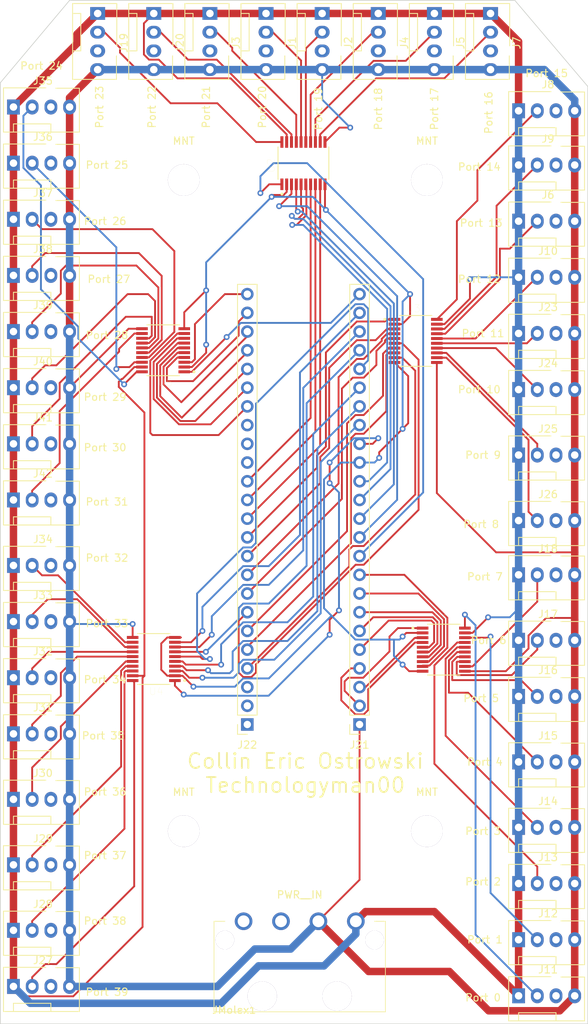
<source format=kicad_pcb>
(kicad_pcb (version 20171130) (host pcbnew "(5.1.8)-1")
  (layers (0 F.Cu signal) (31 B.Cu signal) (34 B.Paste user) (35 F.Paste user) (36 B.SilkS user) (37 F.SilkS user) (38 B.Mask user) (39 F.Mask user) (44 Edge.Cuts user))
  (net 0 "")
  (net 1 "Net-(J1-Pad4)")
  (net 2 "Net-(J1-Pad3)")
  (net 3 "Net-(J1-Pad2)")
  (net 4 "Net-(J1-Pad1)")
  (net 5 "Net-(J2-Pad3)")
  (net 6 "Net-(J2-Pad2)")
  (net 7 "Net-(J3-Pad3)")
  (net 8 "Net-(J3-Pad2)")
  (net 9 "Net-(J4-Pad3)")
  (net 10 "Net-(J4-Pad2)")
  (net 11 "Net-(J5-Pad3)")
  (net 12 "Net-(J5-Pad2)")
  (net 13 "Net-(J6-Pad3)")
  (net 14 "Net-(J6-Pad2)")
  (net 15 "Net-(J7-Pad3)")
  (net 16 "Net-(J7-Pad2)")
  (net 17 "Net-(J8-Pad3)")
  (net 18 "Net-(J8-Pad2)")
  (net 19 "Net-(J9-Pad3)")
  (net 20 "Net-(J9-Pad2)")
  (net 21 "Net-(J10-Pad3)")
  (net 22 "Net-(J10-Pad2)")
  (net 23 "Net-(J11-Pad3)")
  (net 24 "Net-(J11-Pad2)")
  (net 25 "Net-(J12-Pad3)")
  (net 26 "Net-(J12-Pad2)")
  (net 27 "Net-(J13-Pad3)")
  (net 28 "Net-(J13-Pad2)")
  (net 29 "Net-(J14-Pad3)")
  (net 30 "Net-(J14-Pad2)")
  (net 31 "Net-(J15-Pad3)")
  (net 32 "Net-(J15-Pad2)")
  (net 33 "Net-(J16-Pad3)")
  (net 34 "Net-(J16-Pad2)")
  (net 35 "Net-(J17-Pad3)")
  (net 36 "Net-(J17-Pad2)")
  (net 37 "Net-(J18-Pad3)")
  (net 38 "Net-(J18-Pad2)")
  (net 39 "Net-(J19-Pad3)")
  (net 40 "Net-(J19-Pad2)")
  (net 41 "Net-(J20-Pad3)")
  (net 42 "Net-(J20-Pad2)")
  (net 43 "Net-(J21-Pad24)")
  (net 44 "Net-(J21-Pad23)")
  (net 45 "Net-(J21-Pad22)")
  (net 46 "Net-(J21-Pad21)")
  (net 47 "Net-(J21-Pad20)")
  (net 48 "Net-(J21-Pad19)")
  (net 49 "Net-(J21-Pad18)")
  (net 50 "Net-(J21-Pad17)")
  (net 51 "Net-(J21-Pad16)")
  (net 52 "Net-(J21-Pad15)")
  (net 53 "Net-(J21-Pad14)")
  (net 54 "Net-(J21-Pad13)")
  (net 55 "Net-(J21-Pad12)")
  (net 56 "Net-(J21-Pad11)")
  (net 57 "Net-(J21-Pad10)")
  (net 58 "Net-(J21-Pad9)")
  (net 59 "Net-(J21-Pad8)")
  (net 60 "Net-(J21-Pad7)")
  (net 61 "Net-(J21-Pad6)")
  (net 62 "Net-(J21-Pad5)")
  (net 63 "Net-(J21-Pad4)")
  (net 64 "Net-(J21-Pad3)")
  (net 65 "Net-(J21-Pad2)")
  (net 66 "Net-(J22-Pad24)")
  (net 67 "Net-(J22-Pad23)")
  (net 68 "Net-(J22-Pad22)")
  (net 69 "Net-(J22-Pad21)")
  (net 70 "Net-(J22-Pad20)")
  (net 71 "Net-(J22-Pad19)")
  (net 72 "Net-(J22-Pad18)")
  (net 73 "Net-(J22-Pad17)")
  (net 74 "Net-(J22-Pad16)")
  (net 75 "Net-(J22-Pad15)")
  (net 76 "Net-(J22-Pad14)")
  (net 77 "Net-(J22-Pad13)")
  (net 78 "Net-(J22-Pad12)")
  (net 79 "Net-(J22-Pad11)")
  (net 80 "Net-(J22-Pad10)")
  (net 81 "Net-(J22-Pad9)")
  (net 82 "Net-(J22-Pad8)")
  (net 83 "Net-(J22-Pad7)")
  (net 84 "Net-(J22-Pad6)")
  (net 85 "Net-(J22-Pad5)")
  (net 86 "Net-(J22-Pad4)")
  (net 87 "Net-(J22-Pad3)")
  (net 88 "Net-(J22-Pad2)")
  (net 89 "Net-(J22-Pad1)")
  (net 90 "Net-(J23-Pad3)")
  (net 91 "Net-(J23-Pad2)")
  (net 92 "Net-(J24-Pad3)")
  (net 93 "Net-(J24-Pad2)")
  (net 94 "Net-(J25-Pad3)")
  (net 95 "Net-(J25-Pad2)")
  (net 96 "Net-(J26-Pad3)")
  (net 97 "Net-(J26-Pad2)")
  (net 98 "Net-(J27-Pad3)")
  (net 99 "Net-(J27-Pad2)")
  (net 100 "Net-(J28-Pad3)")
  (net 101 "Net-(J28-Pad2)")
  (net 102 "Net-(J29-Pad3)")
  (net 103 "Net-(J29-Pad2)")
  (net 104 "Net-(J30-Pad3)")
  (net 105 "Net-(J30-Pad2)")
  (net 106 "Net-(J31-Pad3)")
  (net 107 "Net-(J31-Pad2)")
  (net 108 "Net-(J32-Pad3)")
  (net 109 "Net-(J32-Pad2)")
  (net 110 "Net-(J33-Pad3)")
  (net 111 "Net-(J33-Pad2)")
  (net 112 "Net-(J34-Pad3)")
  (net 113 "Net-(J34-Pad2)")
  (net 114 "Net-(J35-Pad3)")
  (net 115 "Net-(J35-Pad2)")
  (net 116 "Net-(J36-Pad3)")
  (net 117 "Net-(J36-Pad2)")
  (net 118 "Net-(J37-Pad3)")
  (net 119 "Net-(J37-Pad2)")
  (net 120 "Net-(J38-Pad3)")
  (net 121 "Net-(J38-Pad2)")
  (net 122 "Net-(J39-Pad3)")
  (net 123 "Net-(J39-Pad2)")
  (net 124 "Net-(J40-Pad3)")
  (net 125 "Net-(J40-Pad2)")
  (net 126 "Net-(J41-Pad3)")
  (net 127 "Net-(J41-Pad2)")
  (net 128 "Net-(J42-Pad3)")
  (net 129 "Net-(J42-Pad2)")
  (net 130 "Net-(JMolex1-Pad2)")
  (net 131 "Net-(JMolex1-Pad1)")
  (module TXS0108EPWR:SOP65P640X120-20N (layer F.Cu) (at 107.95 92.71 180)
    (fp_text reference U5 (at -0.325 -4.385) (layer F.SilkS) (effects (font (thickness 0.015))))
    (fp_text value TXS0108EPWR)
    (pad 20 smd rect (at 2.87 -2.925 180) (size 1.57 0.41) (layers F.Cu F.Paste F.Mask) (net 115 "Net-(J35-Pad2)"))
    (pad 19 smd rect (at 2.87 -2.275 180) (size 1.57 0.41) (layers F.Cu F.Paste F.Mask) (net 4 "Net-(J1-Pad1)"))
    (pad 18 smd rect (at 2.87 -1.625 180) (size 1.57 0.41) (layers F.Cu F.Paste F.Mask) (net 117 "Net-(J36-Pad2)"))
    (pad 17 smd rect (at 2.87 -0.975 180) (size 1.57 0.41) (layers F.Cu F.Paste F.Mask) (net 119 "Net-(J37-Pad2)"))
    (pad 16 smd rect (at 2.87 -0.325 180) (size 1.57 0.41) (layers F.Cu F.Paste F.Mask) (net 121 "Net-(J38-Pad2)"))
    (pad 15 smd rect (at 2.87 0.325 180) (size 1.57 0.41) (layers F.Cu F.Paste F.Mask) (net 123 "Net-(J39-Pad2)"))
    (pad 14 smd rect (at 2.87 0.975 180) (size 1.57 0.41) (layers F.Cu F.Paste F.Mask) (net 125 "Net-(J40-Pad2)"))
    (pad 13 smd rect (at 2.87 1.625 180) (size 1.57 0.41) (layers F.Cu F.Paste F.Mask) (net 127 "Net-(J41-Pad2)"))
    (pad 12 smd rect (at 2.87 2.275 180) (size 1.57 0.41) (layers F.Cu F.Paste F.Mask) (net 129 "Net-(J42-Pad2)"))
    (pad 11 smd rect (at 2.87 2.925 180) (size 1.57 0.41) (layers F.Cu F.Paste F.Mask) (net 1 "Net-(J1-Pad4)"))
    (pad 10 smd rect (at -2.87 2.925 180) (size 1.57 0.41) (layers F.Cu F.Paste F.Mask) (net 52 "Net-(J21-Pad15)"))
    (pad 9 smd rect (at -2.87 2.275 180) (size 1.57 0.41) (layers F.Cu F.Paste F.Mask) (net 72 "Net-(J22-Pad18)"))
    (pad 8 smd rect (at -2.87 1.625 180) (size 1.57 0.41) (layers F.Cu F.Paste F.Mask) (net 71 "Net-(J22-Pad19)"))
    (pad 7 smd rect (at -2.87 0.975 180) (size 1.57 0.41) (layers F.Cu F.Paste F.Mask) (net 70 "Net-(J22-Pad20)"))
    (pad 6 smd rect (at -2.87 0.325 180) (size 1.57 0.41) (layers F.Cu F.Paste F.Mask) (net 69 "Net-(J22-Pad21)"))
    (pad 5 smd rect (at -2.87 -0.325 180) (size 1.57 0.41) (layers F.Cu F.Paste F.Mask) (net 68 "Net-(J22-Pad22)"))
    (pad 4 smd rect (at -2.87 -0.975 180) (size 1.57 0.41) (layers F.Cu F.Paste F.Mask) (net 67 "Net-(J22-Pad23)"))
    (pad 3 smd rect (at -2.87 -1.625 180) (size 1.57 0.41) (layers F.Cu F.Paste F.Mask) (net 66 "Net-(J22-Pad24)"))
    (pad 2 smd rect (at -2.87 -2.275 180) (size 1.57 0.41) (layers F.Cu F.Paste F.Mask) (net 52 "Net-(J21-Pad15)"))
    (pad 1 smd rect (at -2.87 -2.925 180) (size 1.57 0.41) (layers F.Cu F.Paste F.Mask) (net 43 "Net-(J21-Pad24)"))
  )
  (module TXS0108EPWR:SOP65P640X120-20N (layer F.Cu) (at 106.68 134.62 180)
    (fp_text reference U4 (at -0.325 -4.385) (layer F.SilkS) (effects (font (thickness 0.015))))
    (fp_text value TXS0108EPWR)
    (pad 20 smd rect (at 2.87 -2.925 180) (size 1.57 0.41) (layers F.Cu F.Paste F.Mask) (net 99 "Net-(J27-Pad2)"))
    (pad 19 smd rect (at 2.87 -2.275 180) (size 1.57 0.41) (layers F.Cu F.Paste F.Mask) (net 4 "Net-(J1-Pad1)"))
    (pad 18 smd rect (at 2.87 -1.625 180) (size 1.57 0.41) (layers F.Cu F.Paste F.Mask) (net 101 "Net-(J28-Pad2)"))
    (pad 17 smd rect (at 2.87 -0.975 180) (size 1.57 0.41) (layers F.Cu F.Paste F.Mask) (net 103 "Net-(J29-Pad2)"))
    (pad 16 smd rect (at 2.87 -0.325 180) (size 1.57 0.41) (layers F.Cu F.Paste F.Mask) (net 105 "Net-(J30-Pad2)"))
    (pad 15 smd rect (at 2.87 0.325 180) (size 1.57 0.41) (layers F.Cu F.Paste F.Mask) (net 107 "Net-(J31-Pad2)"))
    (pad 14 smd rect (at 2.87 0.975 180) (size 1.57 0.41) (layers F.Cu F.Paste F.Mask) (net 109 "Net-(J32-Pad2)"))
    (pad 13 smd rect (at 2.87 1.625 180) (size 1.57 0.41) (layers F.Cu F.Paste F.Mask) (net 111 "Net-(J33-Pad2)"))
    (pad 12 smd rect (at 2.87 2.275 180) (size 1.57 0.41) (layers F.Cu F.Paste F.Mask) (net 113 "Net-(J34-Pad2)"))
    (pad 11 smd rect (at 2.87 2.925 180) (size 1.57 0.41) (layers F.Cu F.Paste F.Mask) (net 1 "Net-(J1-Pad4)"))
    (pad 10 smd rect (at -2.87 2.925 180) (size 1.57 0.41) (layers F.Cu F.Paste F.Mask) (net 52 "Net-(J21-Pad15)"))
    (pad 9 smd rect (at -2.87 2.275 180) (size 1.57 0.41) (layers F.Cu F.Paste F.Mask) (net 44 "Net-(J21-Pad23)"))
    (pad 8 smd rect (at -2.87 1.625 180) (size 1.57 0.41) (layers F.Cu F.Paste F.Mask) (net 45 "Net-(J21-Pad22)"))
    (pad 7 smd rect (at -2.87 0.975 180) (size 1.57 0.41) (layers F.Cu F.Paste F.Mask) (net 46 "Net-(J21-Pad21)"))
    (pad 6 smd rect (at -2.87 0.325 180) (size 1.57 0.41) (layers F.Cu F.Paste F.Mask) (net 47 "Net-(J21-Pad20)"))
    (pad 5 smd rect (at -2.87 -0.325 180) (size 1.57 0.41) (layers F.Cu F.Paste F.Mask) (net 48 "Net-(J21-Pad19)"))
    (pad 4 smd rect (at -2.87 -0.975 180) (size 1.57 0.41) (layers F.Cu F.Paste F.Mask) (net 49 "Net-(J21-Pad18)"))
    (pad 3 smd rect (at -2.87 -1.625 180) (size 1.57 0.41) (layers F.Cu F.Paste F.Mask) (net 50 "Net-(J21-Pad17)"))
    (pad 2 smd rect (at -2.87 -2.275 180) (size 1.57 0.41) (layers F.Cu F.Paste F.Mask) (net 52 "Net-(J21-Pad15)"))
    (pad 1 smd rect (at -2.87 -2.925 180) (size 1.57 0.41) (layers F.Cu F.Paste F.Mask) (net 51 "Net-(J21-Pad16)"))
  )
  (module TXS0108EPWR:SOP65P640X120-20N (layer F.Cu) (at 142.24 91.44)
    (fp_text reference U3 (at -0.325 -4.385) (layer F.SilkS) (effects (font (thickness 0.015))))
    (fp_text value TXS0108EPWR)
    (pad 20 smd rect (at 2.87 -2.925) (size 1.57 0.41) (layers F.Cu F.Paste F.Mask) (net 18 "Net-(J8-Pad2)"))
    (pad 19 smd rect (at 2.87 -2.275) (size 1.57 0.41) (layers F.Cu F.Paste F.Mask) (net 4 "Net-(J1-Pad1)"))
    (pad 18 smd rect (at 2.87 -1.625) (size 1.57 0.41) (layers F.Cu F.Paste F.Mask) (net 20 "Net-(J9-Pad2)"))
    (pad 17 smd rect (at 2.87 -0.975) (size 1.57 0.41) (layers F.Cu F.Paste F.Mask) (net 14 "Net-(J6-Pad2)"))
    (pad 16 smd rect (at 2.87 -0.325) (size 1.57 0.41) (layers F.Cu F.Paste F.Mask) (net 22 "Net-(J10-Pad2)"))
    (pad 15 smd rect (at 2.87 0.325) (size 1.57 0.41) (layers F.Cu F.Paste F.Mask) (net 91 "Net-(J23-Pad2)"))
    (pad 14 smd rect (at 2.87 0.975) (size 1.57 0.41) (layers F.Cu F.Paste F.Mask) (net 93 "Net-(J24-Pad2)"))
    (pad 13 smd rect (at 2.87 1.625) (size 1.57 0.41) (layers F.Cu F.Paste F.Mask) (net 95 "Net-(J25-Pad2)"))
    (pad 12 smd rect (at 2.87 2.275) (size 1.57 0.41) (layers F.Cu F.Paste F.Mask) (net 97 "Net-(J26-Pad2)"))
    (pad 11 smd rect (at 2.87 2.925) (size 1.57 0.41) (layers F.Cu F.Paste F.Mask) (net 1 "Net-(J1-Pad4)"))
    (pad 10 smd rect (at -2.87 2.925) (size 1.57 0.41) (layers F.Cu F.Paste F.Mask) (net 52 "Net-(J21-Pad15)"))
    (pad 9 smd rect (at -2.87 2.275) (size 1.57 0.41) (layers F.Cu F.Paste F.Mask) (net 86 "Net-(J22-Pad4)"))
    (pad 8 smd rect (at -2.87 1.625) (size 1.57 0.41) (layers F.Cu F.Paste F.Mask) (net 85 "Net-(J22-Pad5)"))
    (pad 7 smd rect (at -2.87 0.975) (size 1.57 0.41) (layers F.Cu F.Paste F.Mask) (net 84 "Net-(J22-Pad6)"))
    (pad 6 smd rect (at -2.87 0.325) (size 1.57 0.41) (layers F.Cu F.Paste F.Mask) (net 83 "Net-(J22-Pad7)"))
    (pad 5 smd rect (at -2.87 -0.325) (size 1.57 0.41) (layers F.Cu F.Paste F.Mask) (net 82 "Net-(J22-Pad8)"))
    (pad 4 smd rect (at -2.87 -0.975) (size 1.57 0.41) (layers F.Cu F.Paste F.Mask) (net 81 "Net-(J22-Pad9)"))
    (pad 3 smd rect (at -2.87 -1.625) (size 1.57 0.41) (layers F.Cu F.Paste F.Mask) (net 80 "Net-(J22-Pad10)"))
    (pad 2 smd rect (at -2.87 -2.275) (size 1.57 0.41) (layers F.Cu F.Paste F.Mask) (net 52 "Net-(J21-Pad15)"))
    (pad 1 smd rect (at -2.87 -2.925) (size 1.57 0.41) (layers F.Cu F.Paste F.Mask) (net 79 "Net-(J22-Pad11)"))
  )
  (module TXS0108EPWR:SOP65P640X120-20N (layer F.Cu) (at 127 67.31 90)
    (fp_text reference U2 (at -0.325 -4.385 90) (layer F.SilkS) (effects (font (thickness 0.015))))
    (fp_text value TXS0108EPWR)
    (pad 20 smd rect (at 2.87 -2.925 90) (size 1.57 0.41) (layers F.Cu F.Paste F.Mask) (net 40 "Net-(J19-Pad2)"))
    (pad 19 smd rect (at 2.87 -2.275 90) (size 1.57 0.41) (layers F.Cu F.Paste F.Mask) (net 4 "Net-(J1-Pad1)"))
    (pad 18 smd rect (at 2.87 -1.625 90) (size 1.57 0.41) (layers F.Cu F.Paste F.Mask) (net 42 "Net-(J20-Pad2)"))
    (pad 17 smd rect (at 2.87 -0.975 90) (size 1.57 0.41) (layers F.Cu F.Paste F.Mask) (net 8 "Net-(J3-Pad2)"))
    (pad 16 smd rect (at 2.87 -0.325 90) (size 1.57 0.41) (layers F.Cu F.Paste F.Mask) (net 3 "Net-(J1-Pad2)"))
    (pad 15 smd rect (at 2.87 0.325 90) (size 1.57 0.41) (layers F.Cu F.Paste F.Mask) (net 6 "Net-(J2-Pad2)"))
    (pad 14 smd rect (at 2.87 0.975 90) (size 1.57 0.41) (layers F.Cu F.Paste F.Mask) (net 10 "Net-(J4-Pad2)"))
    (pad 13 smd rect (at 2.87 1.625 90) (size 1.57 0.41) (layers F.Cu F.Paste F.Mask) (net 12 "Net-(J5-Pad2)"))
    (pad 12 smd rect (at 2.87 2.275 90) (size 1.57 0.41) (layers F.Cu F.Paste F.Mask) (net 16 "Net-(J7-Pad2)"))
    (pad 11 smd rect (at 2.87 2.925 90) (size 1.57 0.41) (layers F.Cu F.Paste F.Mask) (net 1 "Net-(J1-Pad4)"))
    (pad 10 smd rect (at -2.87 2.925 90) (size 1.57 0.41) (layers F.Cu F.Paste F.Mask) (net 52 "Net-(J21-Pad15)"))
    (pad 9 smd rect (at -2.87 2.275 90) (size 1.57 0.41) (layers F.Cu F.Paste F.Mask) (net 78 "Net-(J22-Pad12)"))
    (pad 8 smd rect (at -2.87 1.625 90) (size 1.57 0.41) (layers F.Cu F.Paste F.Mask) (net 77 "Net-(J22-Pad13)"))
    (pad 7 smd rect (at -2.87 0.975 90) (size 1.57 0.41) (layers F.Cu F.Paste F.Mask) (net 76 "Net-(J22-Pad14)"))
    (pad 6 smd rect (at -2.87 0.325 90) (size 1.57 0.41) (layers F.Cu F.Paste F.Mask) (net 53 "Net-(J21-Pad14)"))
    (pad 5 smd rect (at -2.87 -0.325 90) (size 1.57 0.41) (layers F.Cu F.Paste F.Mask) (net 54 "Net-(J21-Pad13)"))
    (pad 4 smd rect (at -2.87 -0.975 90) (size 1.57 0.41) (layers F.Cu F.Paste F.Mask) (net 55 "Net-(J21-Pad12)"))
    (pad 3 smd rect (at -2.87 -1.625 90) (size 1.57 0.41) (layers F.Cu F.Paste F.Mask) (net 56 "Net-(J21-Pad11)"))
    (pad 2 smd rect (at -2.87 -2.275 90) (size 1.57 0.41) (layers F.Cu F.Paste F.Mask) (net 52 "Net-(J21-Pad15)"))
    (pad 1 smd rect (at -2.87 -2.925 90) (size 1.57 0.41) (layers F.Cu F.Paste F.Mask) (net 57 "Net-(J21-Pad10)"))
  )
  (module TXS0108EPWR:SOP65P640X120-20N (layer F.Cu) (at 146.05 133.35)
    (fp_text reference U1 (at -0.325 -4.385) (layer F.SilkS) (effects (font (thickness 0.015))))
    (fp_text value TXS0108EPWR)
    (pad 20 smd rect (at 2.87 -2.925) (size 1.57 0.41) (layers F.Cu F.Paste F.Mask) (net 24 "Net-(J11-Pad2)"))
    (pad 19 smd rect (at 2.87 -2.275) (size 1.57 0.41) (layers F.Cu F.Paste F.Mask) (net 4 "Net-(J1-Pad1)"))
    (pad 18 smd rect (at 2.87 -1.625) (size 1.57 0.41) (layers F.Cu F.Paste F.Mask) (net 26 "Net-(J12-Pad2)"))
    (pad 17 smd rect (at 2.87 -0.975) (size 1.57 0.41) (layers F.Cu F.Paste F.Mask) (net 28 "Net-(J13-Pad2)"))
    (pad 16 smd rect (at 2.87 -0.325) (size 1.57 0.41) (layers F.Cu F.Paste F.Mask) (net 30 "Net-(J14-Pad2)"))
    (pad 15 smd rect (at 2.87 0.325) (size 1.57 0.41) (layers F.Cu F.Paste F.Mask) (net 32 "Net-(J15-Pad2)"))
    (pad 14 smd rect (at 2.87 0.975) (size 1.57 0.41) (layers F.Cu F.Paste F.Mask) (net 34 "Net-(J16-Pad2)"))
    (pad 13 smd rect (at 2.87 1.625) (size 1.57 0.41) (layers F.Cu F.Paste F.Mask) (net 36 "Net-(J17-Pad2)"))
    (pad 12 smd rect (at 2.87 2.275) (size 1.57 0.41) (layers F.Cu F.Paste F.Mask) (net 38 "Net-(J18-Pad2)"))
    (pad 11 smd rect (at 2.87 2.925) (size 1.57 0.41) (layers F.Cu F.Paste F.Mask) (net 1 "Net-(J1-Pad4)"))
    (pad 10 smd rect (at -2.87 2.925) (size 1.57 0.41) (layers F.Cu F.Paste F.Mask) (net 52 "Net-(J21-Pad15)"))
    (pad 9 smd rect (at -2.87 2.275) (size 1.57 0.41) (layers F.Cu F.Paste F.Mask) (net 58 "Net-(J21-Pad9)"))
    (pad 8 smd rect (at -2.87 1.625) (size 1.57 0.41) (layers F.Cu F.Paste F.Mask) (net 59 "Net-(J21-Pad8)"))
    (pad 7 smd rect (at -2.87 0.975) (size 1.57 0.41) (layers F.Cu F.Paste F.Mask) (net 60 "Net-(J21-Pad7)"))
    (pad 6 smd rect (at -2.87 0.325) (size 1.57 0.41) (layers F.Cu F.Paste F.Mask) (net 61 "Net-(J21-Pad6)"))
    (pad 5 smd rect (at -2.87 -0.325) (size 1.57 0.41) (layers F.Cu F.Paste F.Mask) (net 62 "Net-(J21-Pad5)"))
    (pad 4 smd rect (at -2.87 -0.975) (size 1.57 0.41) (layers F.Cu F.Paste F.Mask) (net 63 "Net-(J21-Pad4)"))
    (pad 3 smd rect (at -2.87 -1.625) (size 1.57 0.41) (layers F.Cu F.Paste F.Mask) (net 64 "Net-(J21-Pad3)"))
    (pad 2 smd rect (at -2.87 -2.275) (size 1.57 0.41) (layers F.Cu F.Paste F.Mask) (net 52 "Net-(J21-Pad15)"))
    (pad 1 smd rect (at -2.87 -2.925) (size 1.57 0.41) (layers F.Cu F.Paste F.Mask) (net 65 "Net-(J21-Pad2)"))
  )
  (module Molex:7708461 (layer F.Cu) (at 126.492 175.768 180)
    (fp_text reference JMolex1 (at 8.89 -6.5) (layer F.SilkS))
    (fp_text value Conn_01x04_Male)
    (pad 8 thru_hole circle (at 10.16 3.005 180) (size 2.54 2.54) (drill 2.54) (layers *.Cu *.Mask))
    (pad 7 thru_hole circle (at 5.08 -4.615 180) (size 3.99 3.99) (drill 3.99) (layers *.Cu *.Mask))
    (pad 6 thru_hole circle (at -5.08 -4.615 180) (size 3.99 3.99) (drill 3.99) (layers *.Cu *.Mask))
    (pad 5 thru_hole circle (at -10.16 3.005 180) (size 2.54 2.54) (drill 2.54) (layers *.Cu *.Mask))
    (pad 4 thru_hole circle (at -7.62 5.545 180) (size 2.4 2.4) (drill 1.6) (layers *.Cu *.Mask) (net 4 "Net-(J1-Pad1)"))
    (pad 3 thru_hole circle (at -2.54 5.545 180) (size 2.4 2.4) (drill 1.6) (layers *.Cu *.Mask) (net 1 "Net-(J1-Pad4)"))
    (pad 2 thru_hole circle (at 2.54 5.545 180) (size 2.4 2.4) (drill 1.6) (layers *.Cu *.Mask) (net 130 "Net-(JMolex1-Pad2)"))
    (pad 1 thru_hole circle (at 7.62 5.545 180) (size 2.4 2.4) (drill 1.6) (layers *.Cu *.Mask) (net 131 "Net-(JMolex1-Pad1)"))
  )
  (module MountingHole:MountingHole_4.3mm_M4 (layer F.Cu) (at 143.764 157.988)
    (fp_text reference MNT (at 0 -5.3) (layer F.SilkS))
    (fp_text value MountingHole_4.3mm_M4)
    (pad 1 thru_hole circle (at 0 0) (size 4.299999 4.299999) (drill 4.299999) (layers *.Cu *.Mask))
  )
  (module MountingHole:MountingHole_4.3mm_M4 (layer F.Cu) (at 110.744 157.988)
    (fp_text reference MNT (at 0 -5.3) (layer F.SilkS))
    (fp_text value MountingHole_4.3mm_M4)
    (pad 1 thru_hole circle (at 0 0) (size 4.299999 4.299999) (drill 4.299999) (layers *.Cu *.Mask))
  )
  (module MountingHole:MountingHole_4.3mm_M4 (layer F.Cu) (at 143.764 69.596)
    (fp_text reference MNT (at 0 -5.3) (layer F.SilkS))
    (fp_text value MountingHole_4.3mm_M4)
    (pad 1 thru_hole circle (at 0 0) (size 4.299999 4.299999) (drill 4.299999) (layers *.Cu *.Mask))
  )
  (module MountingHole:MountingHole_4.3mm_M4 (layer F.Cu) (at 110.744 69.596)
    (fp_text reference MNT (at 0 -5.3) (layer F.SilkS))
    (fp_text value MountingHole_4.3mm_M4)
    (pad 1 thru_hole circle (at 0 0) (size 4.299999 4.299999) (drill 4.299999) (layers *.Cu *.Mask))
  )
  (module Connector:FanPinHeader_1x04_P2.54mm_Vertical (layer F.Cu) (at 87.63 113.03)
    (fp_text reference J42 (at 4 -3.55) (layer F.SilkS))
    (fp_text value Conn_01x04_Male)
    (pad "" np_thru_hole circle (at 5.08 -2.16 90) (size 1.1 1.1) (drill 1.1) (layers *.Cu *.Mask))
    (pad 4 thru_hole oval (at 7.62 0 90) (size 2.03 1.73) (drill 1.02) (layers *.Cu *.Mask) (net 1 "Net-(J1-Pad4)"))
    (pad 3 thru_hole oval (at 5.08 0 90) (size 2.03 1.73) (drill 1.02) (layers *.Cu *.Mask) (net 128 "Net-(J42-Pad3)"))
    (pad 2 thru_hole oval (at 2.54 0 90) (size 2.03 1.73) (drill 1.02) (layers *.Cu *.Mask) (net 129 "Net-(J42-Pad2)"))
    (pad 1 thru_hole rect (at 0 0 90) (size 2.03 1.73) (drill 1.02) (layers *.Cu *.Mask) (net 4 "Net-(J1-Pad1)"))
  )
  (module Connector:FanPinHeader_1x04_P2.54mm_Vertical (layer F.Cu) (at 87.63 105.41)
    (fp_text reference J41 (at 4 -3.55) (layer F.SilkS))
    (fp_text value Conn_01x04_Male)
    (pad "" np_thru_hole circle (at 5.08 -2.16 90) (size 1.1 1.1) (drill 1.1) (layers *.Cu *.Mask))
    (pad 4 thru_hole oval (at 7.62 0 90) (size 2.03 1.73) (drill 1.02) (layers *.Cu *.Mask) (net 1 "Net-(J1-Pad4)"))
    (pad 3 thru_hole oval (at 5.08 0 90) (size 2.03 1.73) (drill 1.02) (layers *.Cu *.Mask) (net 126 "Net-(J41-Pad3)"))
    (pad 2 thru_hole oval (at 2.54 0 90) (size 2.03 1.73) (drill 1.02) (layers *.Cu *.Mask) (net 127 "Net-(J41-Pad2)"))
    (pad 1 thru_hole rect (at 0 0 90) (size 2.03 1.73) (drill 1.02) (layers *.Cu *.Mask) (net 4 "Net-(J1-Pad1)"))
  )
  (module Connector:FanPinHeader_1x04_P2.54mm_Vertical (layer F.Cu) (at 87.63 97.79)
    (fp_text reference J40 (at 4 -3.55) (layer F.SilkS))
    (fp_text value Conn_01x04_Male)
    (pad "" np_thru_hole circle (at 5.08 -2.16 90) (size 1.1 1.1) (drill 1.1) (layers *.Cu *.Mask))
    (pad 4 thru_hole oval (at 7.62 0 90) (size 2.03 1.73) (drill 1.02) (layers *.Cu *.Mask) (net 1 "Net-(J1-Pad4)"))
    (pad 3 thru_hole oval (at 5.08 0 90) (size 2.03 1.73) (drill 1.02) (layers *.Cu *.Mask) (net 124 "Net-(J40-Pad3)"))
    (pad 2 thru_hole oval (at 2.54 0 90) (size 2.03 1.73) (drill 1.02) (layers *.Cu *.Mask) (net 125 "Net-(J40-Pad2)"))
    (pad 1 thru_hole rect (at 0 0 90) (size 2.03 1.73) (drill 1.02) (layers *.Cu *.Mask) (net 4 "Net-(J1-Pad1)"))
  )
  (module Connector:FanPinHeader_1x04_P2.54mm_Vertical (layer F.Cu) (at 87.63 90.17)
    (fp_text reference J39 (at 4 -3.55) (layer F.SilkS))
    (fp_text value Conn_01x04_Male)
    (pad "" np_thru_hole circle (at 5.08 -2.16 90) (size 1.1 1.1) (drill 1.1) (layers *.Cu *.Mask))
    (pad 4 thru_hole oval (at 7.62 0 90) (size 2.03 1.73) (drill 1.02) (layers *.Cu *.Mask) (net 1 "Net-(J1-Pad4)"))
    (pad 3 thru_hole oval (at 5.08 0 90) (size 2.03 1.73) (drill 1.02) (layers *.Cu *.Mask) (net 122 "Net-(J39-Pad3)"))
    (pad 2 thru_hole oval (at 2.54 0 90) (size 2.03 1.73) (drill 1.02) (layers *.Cu *.Mask) (net 123 "Net-(J39-Pad2)"))
    (pad 1 thru_hole rect (at 0 0 90) (size 2.03 1.73) (drill 1.02) (layers *.Cu *.Mask) (net 4 "Net-(J1-Pad1)"))
  )
  (module Connector:FanPinHeader_1x04_P2.54mm_Vertical (layer F.Cu) (at 87.63 82.55)
    (fp_text reference J38 (at 4 -3.55) (layer F.SilkS))
    (fp_text value Conn_01x04_Male)
    (pad "" np_thru_hole circle (at 5.08 -2.16 90) (size 1.1 1.1) (drill 1.1) (layers *.Cu *.Mask))
    (pad 4 thru_hole oval (at 7.62 0 90) (size 2.03 1.73) (drill 1.02) (layers *.Cu *.Mask) (net 1 "Net-(J1-Pad4)"))
    (pad 3 thru_hole oval (at 5.08 0 90) (size 2.03 1.73) (drill 1.02) (layers *.Cu *.Mask) (net 120 "Net-(J38-Pad3)"))
    (pad 2 thru_hole oval (at 2.54 0 90) (size 2.03 1.73) (drill 1.02) (layers *.Cu *.Mask) (net 121 "Net-(J38-Pad2)"))
    (pad 1 thru_hole rect (at 0 0 90) (size 2.03 1.73) (drill 1.02) (layers *.Cu *.Mask) (net 4 "Net-(J1-Pad1)"))
  )
  (module Connector:FanPinHeader_1x04_P2.54mm_Vertical (layer F.Cu) (at 87.63 74.93)
    (fp_text reference J37 (at 4 -3.55) (layer F.SilkS))
    (fp_text value Conn_01x04_Male)
    (pad "" np_thru_hole circle (at 5.08 -2.16 90) (size 1.1 1.1) (drill 1.1) (layers *.Cu *.Mask))
    (pad 4 thru_hole oval (at 7.62 0 90) (size 2.03 1.73) (drill 1.02) (layers *.Cu *.Mask) (net 1 "Net-(J1-Pad4)"))
    (pad 3 thru_hole oval (at 5.08 0 90) (size 2.03 1.73) (drill 1.02) (layers *.Cu *.Mask) (net 118 "Net-(J37-Pad3)"))
    (pad 2 thru_hole oval (at 2.54 0 90) (size 2.03 1.73) (drill 1.02) (layers *.Cu *.Mask) (net 119 "Net-(J37-Pad2)"))
    (pad 1 thru_hole rect (at 0 0 90) (size 2.03 1.73) (drill 1.02) (layers *.Cu *.Mask) (net 4 "Net-(J1-Pad1)"))
  )
  (module Connector:FanPinHeader_1x04_P2.54mm_Vertical (layer F.Cu) (at 87.63 67.31)
    (fp_text reference J36 (at 4 -3.55) (layer F.SilkS))
    (fp_text value Conn_01x04_Male)
    (pad "" np_thru_hole circle (at 5.08 -2.16 90) (size 1.1 1.1) (drill 1.1) (layers *.Cu *.Mask))
    (pad 4 thru_hole oval (at 7.62 0 90) (size 2.03 1.73) (drill 1.02) (layers *.Cu *.Mask) (net 1 "Net-(J1-Pad4)"))
    (pad 3 thru_hole oval (at 5.08 0 90) (size 2.03 1.73) (drill 1.02) (layers *.Cu *.Mask) (net 116 "Net-(J36-Pad3)"))
    (pad 2 thru_hole oval (at 2.54 0 90) (size 2.03 1.73) (drill 1.02) (layers *.Cu *.Mask) (net 117 "Net-(J36-Pad2)"))
    (pad 1 thru_hole rect (at 0 0 90) (size 2.03 1.73) (drill 1.02) (layers *.Cu *.Mask) (net 4 "Net-(J1-Pad1)"))
  )
  (module Connector:FanPinHeader_1x04_P2.54mm_Vertical (layer F.Cu) (at 87.63 59.69)
    (fp_text reference J35 (at 4 -3.55) (layer F.SilkS))
    (fp_text value Conn_01x04_Male)
    (pad "" np_thru_hole circle (at 5.08 -2.16 90) (size 1.1 1.1) (drill 1.1) (layers *.Cu *.Mask))
    (pad 4 thru_hole oval (at 7.62 0 90) (size 2.03 1.73) (drill 1.02) (layers *.Cu *.Mask) (net 1 "Net-(J1-Pad4)"))
    (pad 3 thru_hole oval (at 5.08 0 90) (size 2.03 1.73) (drill 1.02) (layers *.Cu *.Mask) (net 114 "Net-(J35-Pad3)"))
    (pad 2 thru_hole oval (at 2.54 0 90) (size 2.03 1.73) (drill 1.02) (layers *.Cu *.Mask) (net 115 "Net-(J35-Pad2)"))
    (pad 1 thru_hole rect (at 0 0 90) (size 2.03 1.73) (drill 1.02) (layers *.Cu *.Mask) (net 4 "Net-(J1-Pad1)"))
  )
  (module Connector:FanPinHeader_1x04_P2.54mm_Vertical (layer F.Cu) (at 87.63 121.92)
    (fp_text reference J34 (at 4 -3.55) (layer F.SilkS))
    (fp_text value Conn_01x04_Male)
    (pad "" np_thru_hole circle (at 5.08 -2.16 90) (size 1.1 1.1) (drill 1.1) (layers *.Cu *.Mask))
    (pad 4 thru_hole oval (at 7.62 0 90) (size 2.03 1.73) (drill 1.02) (layers *.Cu *.Mask) (net 1 "Net-(J1-Pad4)"))
    (pad 3 thru_hole oval (at 5.08 0 90) (size 2.03 1.73) (drill 1.02) (layers *.Cu *.Mask) (net 112 "Net-(J34-Pad3)"))
    (pad 2 thru_hole oval (at 2.54 0 90) (size 2.03 1.73) (drill 1.02) (layers *.Cu *.Mask) (net 113 "Net-(J34-Pad2)"))
    (pad 1 thru_hole rect (at 0 0 90) (size 2.03 1.73) (drill 1.02) (layers *.Cu *.Mask) (net 4 "Net-(J1-Pad1)"))
  )
  (module Connector:FanPinHeader_1x04_P2.54mm_Vertical (layer F.Cu) (at 87.63 129.54)
    (fp_text reference J33 (at 4 -3.55) (layer F.SilkS))
    (fp_text value Conn_01x04_Male)
    (pad "" np_thru_hole circle (at 5.08 -2.16 90) (size 1.1 1.1) (drill 1.1) (layers *.Cu *.Mask))
    (pad 4 thru_hole oval (at 7.62 0 90) (size 2.03 1.73) (drill 1.02) (layers *.Cu *.Mask) (net 1 "Net-(J1-Pad4)"))
    (pad 3 thru_hole oval (at 5.08 0 90) (size 2.03 1.73) (drill 1.02) (layers *.Cu *.Mask) (net 110 "Net-(J33-Pad3)"))
    (pad 2 thru_hole oval (at 2.54 0 90) (size 2.03 1.73) (drill 1.02) (layers *.Cu *.Mask) (net 111 "Net-(J33-Pad2)"))
    (pad 1 thru_hole rect (at 0 0 90) (size 2.03 1.73) (drill 1.02) (layers *.Cu *.Mask) (net 4 "Net-(J1-Pad1)"))
  )
  (module Connector:FanPinHeader_1x04_P2.54mm_Vertical (layer F.Cu) (at 87.63 137.16)
    (fp_text reference J32 (at 4 -3.55) (layer F.SilkS))
    (fp_text value Conn_01x04_Male)
    (pad "" np_thru_hole circle (at 5.08 -2.16 90) (size 1.1 1.1) (drill 1.1) (layers *.Cu *.Mask))
    (pad 4 thru_hole oval (at 7.62 0 90) (size 2.03 1.73) (drill 1.02) (layers *.Cu *.Mask) (net 1 "Net-(J1-Pad4)"))
    (pad 3 thru_hole oval (at 5.08 0 90) (size 2.03 1.73) (drill 1.02) (layers *.Cu *.Mask) (net 108 "Net-(J32-Pad3)"))
    (pad 2 thru_hole oval (at 2.54 0 90) (size 2.03 1.73) (drill 1.02) (layers *.Cu *.Mask) (net 109 "Net-(J32-Pad2)"))
    (pad 1 thru_hole rect (at 0 0 90) (size 2.03 1.73) (drill 1.02) (layers *.Cu *.Mask) (net 4 "Net-(J1-Pad1)"))
  )
  (module Connector:FanPinHeader_1x04_P2.54mm_Vertical (layer F.Cu) (at 87.63 144.78)
    (fp_text reference J31 (at 4 -3.55) (layer F.SilkS))
    (fp_text value Conn_01x04_Male)
    (pad "" np_thru_hole circle (at 5.08 -2.16 90) (size 1.1 1.1) (drill 1.1) (layers *.Cu *.Mask))
    (pad 4 thru_hole oval (at 7.62 0 90) (size 2.03 1.73) (drill 1.02) (layers *.Cu *.Mask) (net 1 "Net-(J1-Pad4)"))
    (pad 3 thru_hole oval (at 5.08 0 90) (size 2.03 1.73) (drill 1.02) (layers *.Cu *.Mask) (net 106 "Net-(J31-Pad3)"))
    (pad 2 thru_hole oval (at 2.54 0 90) (size 2.03 1.73) (drill 1.02) (layers *.Cu *.Mask) (net 107 "Net-(J31-Pad2)"))
    (pad 1 thru_hole rect (at 0 0 90) (size 2.03 1.73) (drill 1.02) (layers *.Cu *.Mask) (net 4 "Net-(J1-Pad1)"))
  )
  (module Connector:FanPinHeader_1x04_P2.54mm_Vertical (layer F.Cu) (at 87.63 153.67)
    (fp_text reference J30 (at 4 -3.55) (layer F.SilkS))
    (fp_text value Conn_01x04_Male)
    (pad "" np_thru_hole circle (at 5.08 -2.16 90) (size 1.1 1.1) (drill 1.1) (layers *.Cu *.Mask))
    (pad 4 thru_hole oval (at 7.62 0 90) (size 2.03 1.73) (drill 1.02) (layers *.Cu *.Mask) (net 1 "Net-(J1-Pad4)"))
    (pad 3 thru_hole oval (at 5.08 0 90) (size 2.03 1.73) (drill 1.02) (layers *.Cu *.Mask) (net 104 "Net-(J30-Pad3)"))
    (pad 2 thru_hole oval (at 2.54 0 90) (size 2.03 1.73) (drill 1.02) (layers *.Cu *.Mask) (net 105 "Net-(J30-Pad2)"))
    (pad 1 thru_hole rect (at 0 0 90) (size 2.03 1.73) (drill 1.02) (layers *.Cu *.Mask) (net 4 "Net-(J1-Pad1)"))
  )
  (module Connector:FanPinHeader_1x04_P2.54mm_Vertical (layer F.Cu) (at 87.63 162.56)
    (fp_text reference J29 (at 4 -3.55) (layer F.SilkS))
    (fp_text value Conn_01x04_Male)
    (pad "" np_thru_hole circle (at 5.08 -2.16 90) (size 1.1 1.1) (drill 1.1) (layers *.Cu *.Mask))
    (pad 4 thru_hole oval (at 7.62 0 90) (size 2.03 1.73) (drill 1.02) (layers *.Cu *.Mask) (net 1 "Net-(J1-Pad4)"))
    (pad 3 thru_hole oval (at 5.08 0 90) (size 2.03 1.73) (drill 1.02) (layers *.Cu *.Mask) (net 102 "Net-(J29-Pad3)"))
    (pad 2 thru_hole oval (at 2.54 0 90) (size 2.03 1.73) (drill 1.02) (layers *.Cu *.Mask) (net 103 "Net-(J29-Pad2)"))
    (pad 1 thru_hole rect (at 0 0 90) (size 2.03 1.73) (drill 1.02) (layers *.Cu *.Mask) (net 4 "Net-(J1-Pad1)"))
  )
  (module Connector:FanPinHeader_1x04_P2.54mm_Vertical (layer F.Cu) (at 87.63 171.45)
    (fp_text reference J28 (at 4 -3.55) (layer F.SilkS))
    (fp_text value Conn_01x04_Male)
    (pad "" np_thru_hole circle (at 5.08 -2.16 90) (size 1.1 1.1) (drill 1.1) (layers *.Cu *.Mask))
    (pad 4 thru_hole oval (at 7.62 0 90) (size 2.03 1.73) (drill 1.02) (layers *.Cu *.Mask) (net 1 "Net-(J1-Pad4)"))
    (pad 3 thru_hole oval (at 5.08 0 90) (size 2.03 1.73) (drill 1.02) (layers *.Cu *.Mask) (net 100 "Net-(J28-Pad3)"))
    (pad 2 thru_hole oval (at 2.54 0 90) (size 2.03 1.73) (drill 1.02) (layers *.Cu *.Mask) (net 101 "Net-(J28-Pad2)"))
    (pad 1 thru_hole rect (at 0 0 90) (size 2.03 1.73) (drill 1.02) (layers *.Cu *.Mask) (net 4 "Net-(J1-Pad1)"))
  )
  (module Connector:FanPinHeader_1x04_P2.54mm_Vertical (layer F.Cu) (at 87.63 179.07)
    (fp_text reference J27 (at 4 -3.55) (layer F.SilkS))
    (fp_text value Conn_01x04_Male)
    (pad "" np_thru_hole circle (at 5.08 -2.16 90) (size 1.1 1.1) (drill 1.1) (layers *.Cu *.Mask))
    (pad 4 thru_hole oval (at 7.62 0 90) (size 2.03 1.73) (drill 1.02) (layers *.Cu *.Mask) (net 1 "Net-(J1-Pad4)"))
    (pad 3 thru_hole oval (at 5.08 0 90) (size 2.03 1.73) (drill 1.02) (layers *.Cu *.Mask) (net 98 "Net-(J27-Pad3)"))
    (pad 2 thru_hole oval (at 2.54 0 90) (size 2.03 1.73) (drill 1.02) (layers *.Cu *.Mask) (net 99 "Net-(J27-Pad2)"))
    (pad 1 thru_hole rect (at 0 0 90) (size 2.03 1.73) (drill 1.02) (layers *.Cu *.Mask) (net 4 "Net-(J1-Pad1)"))
  )
  (module Connector:FanPinHeader_1x04_P2.54mm_Vertical (layer F.Cu) (at 156.21 115.824)
    (fp_text reference J26 (at 4 -3.55) (layer F.SilkS))
    (fp_text value Conn_01x04_Male)
    (pad "" np_thru_hole circle (at 5.08 -2.16 90) (size 1.1 1.1) (drill 1.1) (layers *.Cu *.Mask))
    (pad 4 thru_hole oval (at 7.62 0 90) (size 2.03 1.73) (drill 1.02) (layers *.Cu *.Mask) (net 1 "Net-(J1-Pad4)"))
    (pad 3 thru_hole oval (at 5.08 0 90) (size 2.03 1.73) (drill 1.02) (layers *.Cu *.Mask) (net 96 "Net-(J26-Pad3)"))
    (pad 2 thru_hole oval (at 2.54 0 90) (size 2.03 1.73) (drill 1.02) (layers *.Cu *.Mask) (net 97 "Net-(J26-Pad2)"))
    (pad 1 thru_hole rect (at 0 0 90) (size 2.03 1.73) (drill 1.02) (layers *.Cu *.Mask) (net 4 "Net-(J1-Pad1)"))
  )
  (module Connector:FanPinHeader_1x04_P2.54mm_Vertical (layer F.Cu) (at 156.21 106.934)
    (fp_text reference J25 (at 4 -3.55) (layer F.SilkS))
    (fp_text value Conn_01x04_Male)
    (pad "" np_thru_hole circle (at 5.08 -2.16 90) (size 1.1 1.1) (drill 1.1) (layers *.Cu *.Mask))
    (pad 4 thru_hole oval (at 7.62 0 90) (size 2.03 1.73) (drill 1.02) (layers *.Cu *.Mask) (net 1 "Net-(J1-Pad4)"))
    (pad 3 thru_hole oval (at 5.08 0 90) (size 2.03 1.73) (drill 1.02) (layers *.Cu *.Mask) (net 94 "Net-(J25-Pad3)"))
    (pad 2 thru_hole oval (at 2.54 0 90) (size 2.03 1.73) (drill 1.02) (layers *.Cu *.Mask) (net 95 "Net-(J25-Pad2)"))
    (pad 1 thru_hole rect (at 0 0 90) (size 2.03 1.73) (drill 1.02) (layers *.Cu *.Mask) (net 4 "Net-(J1-Pad1)"))
  )
  (module Connector:FanPinHeader_1x04_P2.54mm_Vertical (layer F.Cu) (at 156.21 98.044)
    (fp_text reference J24 (at 4 -3.55) (layer F.SilkS))
    (fp_text value Conn_01x04_Male)
    (pad "" np_thru_hole circle (at 5.08 -2.16 90) (size 1.1 1.1) (drill 1.1) (layers *.Cu *.Mask))
    (pad 4 thru_hole oval (at 7.62 0 90) (size 2.03 1.73) (drill 1.02) (layers *.Cu *.Mask) (net 1 "Net-(J1-Pad4)"))
    (pad 3 thru_hole oval (at 5.08 0 90) (size 2.03 1.73) (drill 1.02) (layers *.Cu *.Mask) (net 92 "Net-(J24-Pad3)"))
    (pad 2 thru_hole oval (at 2.54 0 90) (size 2.03 1.73) (drill 1.02) (layers *.Cu *.Mask) (net 93 "Net-(J24-Pad2)"))
    (pad 1 thru_hole rect (at 0 0 90) (size 2.03 1.73) (drill 1.02) (layers *.Cu *.Mask) (net 4 "Net-(J1-Pad1)"))
  )
  (module Connector:FanPinHeader_1x04_P2.54mm_Vertical (layer F.Cu) (at 156.21 90.424)
    (fp_text reference J23 (at 4 -3.55) (layer F.SilkS))
    (fp_text value Conn_01x04_Male)
    (pad "" np_thru_hole circle (at 5.08 -2.16 90) (size 1.1 1.1) (drill 1.1) (layers *.Cu *.Mask))
    (pad 4 thru_hole oval (at 7.62 0 90) (size 2.03 1.73) (drill 1.02) (layers *.Cu *.Mask) (net 1 "Net-(J1-Pad4)"))
    (pad 3 thru_hole oval (at 5.08 0 90) (size 2.03 1.73) (drill 1.02) (layers *.Cu *.Mask) (net 90 "Net-(J23-Pad3)"))
    (pad 2 thru_hole oval (at 2.54 0 90) (size 2.03 1.73) (drill 1.02) (layers *.Cu *.Mask) (net 91 "Net-(J23-Pad2)"))
    (pad 1 thru_hole rect (at 0 0 90) (size 2.03 1.73) (drill 1.02) (layers *.Cu *.Mask) (net 4 "Net-(J1-Pad1)"))
  )
  (module Connector_PinSocket_2.54mm:PinSocket_1x24_P2.54mm_Vertical (layer F.Cu) (at 119.38 143.51 180)
    (fp_text reference J22 (at 0 -2.77) (layer F.SilkS))
    (fp_text value Conn_01x24_Female)
    (pad 24 thru_hole oval (at 0 58.42 180) (size 1.7 1.7) (drill 1) (layers *.Cu *.Mask) (net 66 "Net-(J22-Pad24)"))
    (pad 23 thru_hole oval (at 0 55.88 180) (size 1.7 1.7) (drill 1) (layers *.Cu *.Mask) (net 67 "Net-(J22-Pad23)"))
    (pad 22 thru_hole oval (at 0 53.34 180) (size 1.7 1.7) (drill 1) (layers *.Cu *.Mask) (net 68 "Net-(J22-Pad22)"))
    (pad 21 thru_hole oval (at 0 50.8 180) (size 1.7 1.7) (drill 1) (layers *.Cu *.Mask) (net 69 "Net-(J22-Pad21)"))
    (pad 20 thru_hole oval (at 0 48.26 180) (size 1.7 1.7) (drill 1) (layers *.Cu *.Mask) (net 70 "Net-(J22-Pad20)"))
    (pad 19 thru_hole oval (at 0 45.72 180) (size 1.7 1.7) (drill 1) (layers *.Cu *.Mask) (net 71 "Net-(J22-Pad19)"))
    (pad 18 thru_hole oval (at 0 43.18 180) (size 1.7 1.7) (drill 1) (layers *.Cu *.Mask) (net 72 "Net-(J22-Pad18)"))
    (pad 17 thru_hole oval (at 0 40.64 180) (size 1.7 1.7) (drill 1) (layers *.Cu *.Mask) (net 73 "Net-(J22-Pad17)"))
    (pad 16 thru_hole oval (at 0 38.1 180) (size 1.7 1.7) (drill 1) (layers *.Cu *.Mask) (net 74 "Net-(J22-Pad16)"))
    (pad 15 thru_hole oval (at 0 35.56 180) (size 1.7 1.7) (drill 1) (layers *.Cu *.Mask) (net 75 "Net-(J22-Pad15)"))
    (pad 14 thru_hole oval (at 0 33.02 180) (size 1.7 1.7) (drill 1) (layers *.Cu *.Mask) (net 76 "Net-(J22-Pad14)"))
    (pad 13 thru_hole oval (at 0 30.48 180) (size 1.7 1.7) (drill 1) (layers *.Cu *.Mask) (net 77 "Net-(J22-Pad13)"))
    (pad 12 thru_hole oval (at 0 27.94 180) (size 1.7 1.7) (drill 1) (layers *.Cu *.Mask) (net 78 "Net-(J22-Pad12)"))
    (pad 11 thru_hole oval (at 0 25.4 180) (size 1.7 1.7) (drill 1) (layers *.Cu *.Mask) (net 79 "Net-(J22-Pad11)"))
    (pad 10 thru_hole oval (at 0 22.86 180) (size 1.7 1.7) (drill 1) (layers *.Cu *.Mask) (net 80 "Net-(J22-Pad10)"))
    (pad 9 thru_hole oval (at 0 20.32 180) (size 1.7 1.7) (drill 1) (layers *.Cu *.Mask) (net 81 "Net-(J22-Pad9)"))
    (pad 8 thru_hole oval (at 0 17.78 180) (size 1.7 1.7) (drill 1) (layers *.Cu *.Mask) (net 82 "Net-(J22-Pad8)"))
    (pad 7 thru_hole oval (at 0 15.24 180) (size 1.7 1.7) (drill 1) (layers *.Cu *.Mask) (net 83 "Net-(J22-Pad7)"))
    (pad 6 thru_hole oval (at 0 12.7 180) (size 1.7 1.7) (drill 1) (layers *.Cu *.Mask) (net 84 "Net-(J22-Pad6)"))
    (pad 5 thru_hole oval (at 0 10.16 180) (size 1.7 1.7) (drill 1) (layers *.Cu *.Mask) (net 85 "Net-(J22-Pad5)"))
    (pad 4 thru_hole oval (at 0 7.62 180) (size 1.7 1.7) (drill 1) (layers *.Cu *.Mask) (net 86 "Net-(J22-Pad4)"))
    (pad 3 thru_hole oval (at 0 5.08 180) (size 1.7 1.7) (drill 1) (layers *.Cu *.Mask) (net 87 "Net-(J22-Pad3)"))
    (pad 2 thru_hole oval (at 0 2.54 180) (size 1.7 1.7) (drill 1) (layers *.Cu *.Mask) (net 88 "Net-(J22-Pad2)"))
    (pad 1 thru_hole rect (at 0 0 180) (size 1.7 1.7) (drill 1) (layers *.Cu *.Mask) (net 89 "Net-(J22-Pad1)"))
  )
  (module Connector_PinSocket_2.54mm:PinSocket_1x24_P2.54mm_Vertical (layer F.Cu) (at 134.62 143.51 180)
    (fp_text reference J21 (at 0 -2.77) (layer F.SilkS))
    (fp_text value Conn_01x24_Female)
    (pad 24 thru_hole oval (at 0 58.42 180) (size 1.7 1.7) (drill 1) (layers *.Cu *.Mask) (net 43 "Net-(J21-Pad24)"))
    (pad 23 thru_hole oval (at 0 55.88 180) (size 1.7 1.7) (drill 1) (layers *.Cu *.Mask) (net 44 "Net-(J21-Pad23)"))
    (pad 22 thru_hole oval (at 0 53.34 180) (size 1.7 1.7) (drill 1) (layers *.Cu *.Mask) (net 45 "Net-(J21-Pad22)"))
    (pad 21 thru_hole oval (at 0 50.8 180) (size 1.7 1.7) (drill 1) (layers *.Cu *.Mask) (net 46 "Net-(J21-Pad21)"))
    (pad 20 thru_hole oval (at 0 48.26 180) (size 1.7 1.7) (drill 1) (layers *.Cu *.Mask) (net 47 "Net-(J21-Pad20)"))
    (pad 19 thru_hole oval (at 0 45.72 180) (size 1.7 1.7) (drill 1) (layers *.Cu *.Mask) (net 48 "Net-(J21-Pad19)"))
    (pad 18 thru_hole oval (at 0 43.18 180) (size 1.7 1.7) (drill 1) (layers *.Cu *.Mask) (net 49 "Net-(J21-Pad18)"))
    (pad 17 thru_hole oval (at 0 40.64 180) (size 1.7 1.7) (drill 1) (layers *.Cu *.Mask) (net 50 "Net-(J21-Pad17)"))
    (pad 16 thru_hole oval (at 0 38.1 180) (size 1.7 1.7) (drill 1) (layers *.Cu *.Mask) (net 51 "Net-(J21-Pad16)"))
    (pad 15 thru_hole oval (at 0 35.56 180) (size 1.7 1.7) (drill 1) (layers *.Cu *.Mask) (net 52 "Net-(J21-Pad15)"))
    (pad 14 thru_hole oval (at 0 33.02 180) (size 1.7 1.7) (drill 1) (layers *.Cu *.Mask) (net 53 "Net-(J21-Pad14)"))
    (pad 13 thru_hole oval (at 0 30.48 180) (size 1.7 1.7) (drill 1) (layers *.Cu *.Mask) (net 54 "Net-(J21-Pad13)"))
    (pad 12 thru_hole oval (at 0 27.94 180) (size 1.7 1.7) (drill 1) (layers *.Cu *.Mask) (net 55 "Net-(J21-Pad12)"))
    (pad 11 thru_hole oval (at 0 25.4 180) (size 1.7 1.7) (drill 1) (layers *.Cu *.Mask) (net 56 "Net-(J21-Pad11)"))
    (pad 10 thru_hole oval (at 0 22.86 180) (size 1.7 1.7) (drill 1) (layers *.Cu *.Mask) (net 57 "Net-(J21-Pad10)"))
    (pad 9 thru_hole oval (at 0 20.32 180) (size 1.7 1.7) (drill 1) (layers *.Cu *.Mask) (net 58 "Net-(J21-Pad9)"))
    (pad 8 thru_hole oval (at 0 17.78 180) (size 1.7 1.7) (drill 1) (layers *.Cu *.Mask) (net 59 "Net-(J21-Pad8)"))
    (pad 7 thru_hole oval (at 0 15.24 180) (size 1.7 1.7) (drill 1) (layers *.Cu *.Mask) (net 60 "Net-(J21-Pad7)"))
    (pad 6 thru_hole oval (at 0 12.7 180) (size 1.7 1.7) (drill 1) (layers *.Cu *.Mask) (net 61 "Net-(J21-Pad6)"))
    (pad 5 thru_hole oval (at 0 10.16 180) (size 1.7 1.7) (drill 1) (layers *.Cu *.Mask) (net 62 "Net-(J21-Pad5)"))
    (pad 4 thru_hole oval (at 0 7.62 180) (size 1.7 1.7) (drill 1) (layers *.Cu *.Mask) (net 63 "Net-(J21-Pad4)"))
    (pad 3 thru_hole oval (at 0 5.08 180) (size 1.7 1.7) (drill 1) (layers *.Cu *.Mask) (net 64 "Net-(J21-Pad3)"))
    (pad 2 thru_hole oval (at 0 2.54 180) (size 1.7 1.7) (drill 1) (layers *.Cu *.Mask) (net 65 "Net-(J21-Pad2)"))
    (pad 1 thru_hole rect (at 0 0 180) (size 1.7 1.7) (drill 1) (layers *.Cu *.Mask) (net 1 "Net-(J1-Pad4)"))
  )
  (module Connector:FanPinHeader_1x04_P2.54mm_Vertical (layer F.Cu) (at 106.68 46.99 270)
    (fp_text reference J20 (at 4 -3.55 90) (layer F.SilkS))
    (fp_text value Conn_01x04_Male)
    (pad "" np_thru_hole circle (at 5.08 -2.16) (size 1.1 1.1) (drill 1.1) (layers *.Cu *.Mask))
    (pad 4 thru_hole oval (at 7.62 0) (size 2.03 1.73) (drill 1.02) (layers *.Cu *.Mask) (net 1 "Net-(J1-Pad4)"))
    (pad 3 thru_hole oval (at 5.08 0) (size 2.03 1.73) (drill 1.02) (layers *.Cu *.Mask) (net 41 "Net-(J20-Pad3)"))
    (pad 2 thru_hole oval (at 2.54 0) (size 2.03 1.73) (drill 1.02) (layers *.Cu *.Mask) (net 42 "Net-(J20-Pad2)"))
    (pad 1 thru_hole rect (at 0 0) (size 2.03 1.73) (drill 1.02) (layers *.Cu *.Mask) (net 4 "Net-(J1-Pad1)"))
  )
  (module Connector:FanPinHeader_1x04_P2.54mm_Vertical (layer F.Cu) (at 99.06 46.99 270)
    (fp_text reference J19 (at 4 -3.55 90) (layer F.SilkS))
    (fp_text value Conn_01x04_Male)
    (pad "" np_thru_hole circle (at 5.08 -2.16) (size 1.1 1.1) (drill 1.1) (layers *.Cu *.Mask))
    (pad 4 thru_hole oval (at 7.62 0) (size 2.03 1.73) (drill 1.02) (layers *.Cu *.Mask) (net 1 "Net-(J1-Pad4)"))
    (pad 3 thru_hole oval (at 5.08 0) (size 2.03 1.73) (drill 1.02) (layers *.Cu *.Mask) (net 39 "Net-(J19-Pad3)"))
    (pad 2 thru_hole oval (at 2.54 0) (size 2.03 1.73) (drill 1.02) (layers *.Cu *.Mask) (net 40 "Net-(J19-Pad2)"))
    (pad 1 thru_hole rect (at 0 0) (size 2.03 1.73) (drill 1.02) (layers *.Cu *.Mask) (net 4 "Net-(J1-Pad1)"))
  )
  (module Connector:FanPinHeader_1x04_P2.54mm_Vertical (layer F.Cu) (at 156.21 123.19)
    (fp_text reference J18 (at 4 -3.55) (layer F.SilkS))
    (fp_text value Conn_01x04_Male)
    (pad "" np_thru_hole circle (at 5.08 -2.16 90) (size 1.1 1.1) (drill 1.1) (layers *.Cu *.Mask))
    (pad 4 thru_hole oval (at 7.62 0 90) (size 2.03 1.73) (drill 1.02) (layers *.Cu *.Mask) (net 1 "Net-(J1-Pad4)"))
    (pad 3 thru_hole oval (at 5.08 0 90) (size 2.03 1.73) (drill 1.02) (layers *.Cu *.Mask) (net 37 "Net-(J18-Pad3)"))
    (pad 2 thru_hole oval (at 2.54 0 90) (size 2.03 1.73) (drill 1.02) (layers *.Cu *.Mask) (net 38 "Net-(J18-Pad2)"))
    (pad 1 thru_hole rect (at 0 0 90) (size 2.03 1.73) (drill 1.02) (layers *.Cu *.Mask) (net 4 "Net-(J1-Pad1)"))
  )
  (module Connector:FanPinHeader_1x04_P2.54mm_Vertical (layer F.Cu) (at 156.21 132.08)
    (fp_text reference J17 (at 4 -3.55) (layer F.SilkS))
    (fp_text value Conn_01x04_Male)
    (pad "" np_thru_hole circle (at 5.08 -2.16 90) (size 1.1 1.1) (drill 1.1) (layers *.Cu *.Mask))
    (pad 4 thru_hole oval (at 7.62 0 90) (size 2.03 1.73) (drill 1.02) (layers *.Cu *.Mask) (net 1 "Net-(J1-Pad4)"))
    (pad 3 thru_hole oval (at 5.08 0 90) (size 2.03 1.73) (drill 1.02) (layers *.Cu *.Mask) (net 35 "Net-(J17-Pad3)"))
    (pad 2 thru_hole oval (at 2.54 0 90) (size 2.03 1.73) (drill 1.02) (layers *.Cu *.Mask) (net 36 "Net-(J17-Pad2)"))
    (pad 1 thru_hole rect (at 0 0 90) (size 2.03 1.73) (drill 1.02) (layers *.Cu *.Mask) (net 4 "Net-(J1-Pad1)"))
  )
  (module Connector:FanPinHeader_1x04_P2.54mm_Vertical (layer F.Cu) (at 156.21 139.7)
    (fp_text reference J16 (at 4 -3.55) (layer F.SilkS))
    (fp_text value Conn_01x04_Male)
    (pad "" np_thru_hole circle (at 5.08 -2.16 90) (size 1.1 1.1) (drill 1.1) (layers *.Cu *.Mask))
    (pad 4 thru_hole oval (at 7.62 0 90) (size 2.03 1.73) (drill 1.02) (layers *.Cu *.Mask) (net 1 "Net-(J1-Pad4)"))
    (pad 3 thru_hole oval (at 5.08 0 90) (size 2.03 1.73) (drill 1.02) (layers *.Cu *.Mask) (net 33 "Net-(J16-Pad3)"))
    (pad 2 thru_hole oval (at 2.54 0 90) (size 2.03 1.73) (drill 1.02) (layers *.Cu *.Mask) (net 34 "Net-(J16-Pad2)"))
    (pad 1 thru_hole rect (at 0 0 90) (size 2.03 1.73) (drill 1.02) (layers *.Cu *.Mask) (net 4 "Net-(J1-Pad1)"))
  )
  (module Connector:FanPinHeader_1x04_P2.54mm_Vertical (layer F.Cu) (at 156.21 148.59)
    (fp_text reference J15 (at 4 -3.55) (layer F.SilkS))
    (fp_text value Conn_01x04_Male)
    (pad "" np_thru_hole circle (at 5.08 -2.16 90) (size 1.1 1.1) (drill 1.1) (layers *.Cu *.Mask))
    (pad 4 thru_hole oval (at 7.62 0 90) (size 2.03 1.73) (drill 1.02) (layers *.Cu *.Mask) (net 1 "Net-(J1-Pad4)"))
    (pad 3 thru_hole oval (at 5.08 0 90) (size 2.03 1.73) (drill 1.02) (layers *.Cu *.Mask) (net 31 "Net-(J15-Pad3)"))
    (pad 2 thru_hole oval (at 2.54 0 90) (size 2.03 1.73) (drill 1.02) (layers *.Cu *.Mask) (net 32 "Net-(J15-Pad2)"))
    (pad 1 thru_hole rect (at 0 0 90) (size 2.03 1.73) (drill 1.02) (layers *.Cu *.Mask) (net 4 "Net-(J1-Pad1)"))
  )
  (module Connector:FanPinHeader_1x04_P2.54mm_Vertical (layer F.Cu) (at 156.21 157.48)
    (fp_text reference J14 (at 4 -3.55) (layer F.SilkS))
    (fp_text value Conn_01x04_Male)
    (pad "" np_thru_hole circle (at 5.08 -2.16 90) (size 1.1 1.1) (drill 1.1) (layers *.Cu *.Mask))
    (pad 4 thru_hole oval (at 7.62 0 90) (size 2.03 1.73) (drill 1.02) (layers *.Cu *.Mask) (net 1 "Net-(J1-Pad4)"))
    (pad 3 thru_hole oval (at 5.08 0 90) (size 2.03 1.73) (drill 1.02) (layers *.Cu *.Mask) (net 29 "Net-(J14-Pad3)"))
    (pad 2 thru_hole oval (at 2.54 0 90) (size 2.03 1.73) (drill 1.02) (layers *.Cu *.Mask) (net 30 "Net-(J14-Pad2)"))
    (pad 1 thru_hole rect (at 0 0 90) (size 2.03 1.73) (drill 1.02) (layers *.Cu *.Mask) (net 4 "Net-(J1-Pad1)"))
  )
  (module Connector:FanPinHeader_1x04_P2.54mm_Vertical (layer F.Cu) (at 156.21 165.1)
    (fp_text reference J13 (at 4 -3.55) (layer F.SilkS))
    (fp_text value Conn_01x04_Male)
    (pad "" np_thru_hole circle (at 5.08 -2.16 90) (size 1.1 1.1) (drill 1.1) (layers *.Cu *.Mask))
    (pad 4 thru_hole oval (at 7.62 0 90) (size 2.03 1.73) (drill 1.02) (layers *.Cu *.Mask) (net 1 "Net-(J1-Pad4)"))
    (pad 3 thru_hole oval (at 5.08 0 90) (size 2.03 1.73) (drill 1.02) (layers *.Cu *.Mask) (net 27 "Net-(J13-Pad3)"))
    (pad 2 thru_hole oval (at 2.54 0 90) (size 2.03 1.73) (drill 1.02) (layers *.Cu *.Mask) (net 28 "Net-(J13-Pad2)"))
    (pad 1 thru_hole rect (at 0 0 90) (size 2.03 1.73) (drill 1.02) (layers *.Cu *.Mask) (net 4 "Net-(J1-Pad1)"))
  )
  (module Connector:FanPinHeader_1x04_P2.54mm_Vertical (layer F.Cu) (at 156.21 172.72)
    (fp_text reference J12 (at 4 -3.55) (layer F.SilkS))
    (fp_text value Conn_01x04_Male)
    (pad "" np_thru_hole circle (at 5.08 -2.16 90) (size 1.1 1.1) (drill 1.1) (layers *.Cu *.Mask))
    (pad 4 thru_hole oval (at 7.62 0 90) (size 2.03 1.73) (drill 1.02) (layers *.Cu *.Mask) (net 1 "Net-(J1-Pad4)"))
    (pad 3 thru_hole oval (at 5.08 0 90) (size 2.03 1.73) (drill 1.02) (layers *.Cu *.Mask) (net 25 "Net-(J12-Pad3)"))
    (pad 2 thru_hole oval (at 2.54 0 90) (size 2.03 1.73) (drill 1.02) (layers *.Cu *.Mask) (net 26 "Net-(J12-Pad2)"))
    (pad 1 thru_hole rect (at 0 0 90) (size 2.03 1.73) (drill 1.02) (layers *.Cu *.Mask) (net 4 "Net-(J1-Pad1)"))
  )
  (module Connector:FanPinHeader_1x04_P2.54mm_Vertical (layer F.Cu) (at 156.21 180.34)
    (fp_text reference J11 (at 4 -3.55) (layer F.SilkS))
    (fp_text value Conn_01x04_Male)
    (pad "" np_thru_hole circle (at 5.08 -2.16 90) (size 1.1 1.1) (drill 1.1) (layers *.Cu *.Mask))
    (pad 4 thru_hole oval (at 7.62 0 90) (size 2.03 1.73) (drill 1.02) (layers *.Cu *.Mask) (net 1 "Net-(J1-Pad4)"))
    (pad 3 thru_hole oval (at 5.08 0 90) (size 2.03 1.73) (drill 1.02) (layers *.Cu *.Mask) (net 23 "Net-(J11-Pad3)"))
    (pad 2 thru_hole oval (at 2.54 0 90) (size 2.03 1.73) (drill 1.02) (layers *.Cu *.Mask) (net 24 "Net-(J11-Pad2)"))
    (pad 1 thru_hole rect (at 0 0 90) (size 2.03 1.73) (drill 1.02) (layers *.Cu *.Mask) (net 4 "Net-(J1-Pad1)"))
  )
  (module Connector:FanPinHeader_1x04_P2.54mm_Vertical (layer F.Cu) (at 156.21 82.804)
    (fp_text reference J10 (at 4 -3.55) (layer F.SilkS))
    (fp_text value Conn_01x04_Male)
    (pad "" np_thru_hole circle (at 5.08 -2.16 90) (size 1.1 1.1) (drill 1.1) (layers *.Cu *.Mask))
    (pad 4 thru_hole oval (at 7.62 0 90) (size 2.03 1.73) (drill 1.02) (layers *.Cu *.Mask) (net 1 "Net-(J1-Pad4)"))
    (pad 3 thru_hole oval (at 5.08 0 90) (size 2.03 1.73) (drill 1.02) (layers *.Cu *.Mask) (net 21 "Net-(J10-Pad3)"))
    (pad 2 thru_hole oval (at 2.54 0 90) (size 2.03 1.73) (drill 1.02) (layers *.Cu *.Mask) (net 22 "Net-(J10-Pad2)"))
    (pad 1 thru_hole rect (at 0 0 90) (size 2.03 1.73) (drill 1.02) (layers *.Cu *.Mask) (net 4 "Net-(J1-Pad1)"))
  )
  (module Connector:FanPinHeader_1x04_P2.54mm_Vertical (layer F.Cu) (at 156.21 67.564)
    (fp_text reference J9 (at 4 -3.55) (layer F.SilkS))
    (fp_text value Conn_01x04_Male)
    (pad "" np_thru_hole circle (at 5.08 -2.16 90) (size 1.1 1.1) (drill 1.1) (layers *.Cu *.Mask))
    (pad 4 thru_hole oval (at 7.62 0 90) (size 2.03 1.73) (drill 1.02) (layers *.Cu *.Mask) (net 1 "Net-(J1-Pad4)"))
    (pad 3 thru_hole oval (at 5.08 0 90) (size 2.03 1.73) (drill 1.02) (layers *.Cu *.Mask) (net 19 "Net-(J9-Pad3)"))
    (pad 2 thru_hole oval (at 2.54 0 90) (size 2.03 1.73) (drill 1.02) (layers *.Cu *.Mask) (net 20 "Net-(J9-Pad2)"))
    (pad 1 thru_hole rect (at 0 0 90) (size 2.03 1.73) (drill 1.02) (layers *.Cu *.Mask) (net 4 "Net-(J1-Pad1)"))
  )
  (module Connector:FanPinHeader_1x04_P2.54mm_Vertical (layer F.Cu) (at 156.21 60.198)
    (fp_text reference J8 (at 4 -3.55) (layer F.SilkS))
    (fp_text value Conn_01x04_Male)
    (pad "" np_thru_hole circle (at 5.08 -2.16 90) (size 1.1 1.1) (drill 1.1) (layers *.Cu *.Mask))
    (pad 4 thru_hole oval (at 7.62 0 90) (size 2.03 1.73) (drill 1.02) (layers *.Cu *.Mask) (net 1 "Net-(J1-Pad4)"))
    (pad 3 thru_hole oval (at 5.08 0 90) (size 2.03 1.73) (drill 1.02) (layers *.Cu *.Mask) (net 17 "Net-(J8-Pad3)"))
    (pad 2 thru_hole oval (at 2.54 0 90) (size 2.03 1.73) (drill 1.02) (layers *.Cu *.Mask) (net 18 "Net-(J8-Pad2)"))
    (pad 1 thru_hole rect (at 0 0 90) (size 2.03 1.73) (drill 1.02) (layers *.Cu *.Mask) (net 4 "Net-(J1-Pad1)"))
  )
  (module Connector:FanPinHeader_1x04_P2.54mm_Vertical (layer F.Cu) (at 152.4 46.99 270)
    (fp_text reference J7 (at 4 -3.55 90) (layer F.SilkS))
    (fp_text value Conn_01x04_Male)
    (pad "" np_thru_hole circle (at 5.08 -2.16) (size 1.1 1.1) (drill 1.1) (layers *.Cu *.Mask))
    (pad 4 thru_hole oval (at 7.62 0) (size 2.03 1.73) (drill 1.02) (layers *.Cu *.Mask) (net 1 "Net-(J1-Pad4)"))
    (pad 3 thru_hole oval (at 5.08 0) (size 2.03 1.73) (drill 1.02) (layers *.Cu *.Mask) (net 15 "Net-(J7-Pad3)"))
    (pad 2 thru_hole oval (at 2.54 0) (size 2.03 1.73) (drill 1.02) (layers *.Cu *.Mask) (net 16 "Net-(J7-Pad2)"))
    (pad 1 thru_hole rect (at 0 0) (size 2.03 1.73) (drill 1.02) (layers *.Cu *.Mask) (net 4 "Net-(J1-Pad1)"))
  )
  (module Connector:FanPinHeader_1x04_P2.54mm_Vertical (layer F.Cu) (at 156.21 75.184)
    (fp_text reference J6 (at 4 -3.55) (layer F.SilkS))
    (fp_text value Conn_01x04_Male)
    (pad "" np_thru_hole circle (at 5.08 -2.16 90) (size 1.1 1.1) (drill 1.1) (layers *.Cu *.Mask))
    (pad 4 thru_hole oval (at 7.62 0 90) (size 2.03 1.73) (drill 1.02) (layers *.Cu *.Mask) (net 1 "Net-(J1-Pad4)"))
    (pad 3 thru_hole oval (at 5.08 0 90) (size 2.03 1.73) (drill 1.02) (layers *.Cu *.Mask) (net 13 "Net-(J6-Pad3)"))
    (pad 2 thru_hole oval (at 2.54 0 90) (size 2.03 1.73) (drill 1.02) (layers *.Cu *.Mask) (net 14 "Net-(J6-Pad2)"))
    (pad 1 thru_hole rect (at 0 0 90) (size 2.03 1.73) (drill 1.02) (layers *.Cu *.Mask) (net 4 "Net-(J1-Pad1)"))
  )
  (module Connector:FanPinHeader_1x04_P2.54mm_Vertical (layer F.Cu) (at 144.78 46.99 270)
    (fp_text reference J5 (at 4 -3.55 90) (layer F.SilkS))
    (fp_text value Conn_01x04_Male)
    (pad "" np_thru_hole circle (at 5.08 -2.16) (size 1.1 1.1) (drill 1.1) (layers *.Cu *.Mask))
    (pad 4 thru_hole oval (at 7.62 0) (size 2.03 1.73) (drill 1.02) (layers *.Cu *.Mask) (net 1 "Net-(J1-Pad4)"))
    (pad 3 thru_hole oval (at 5.08 0) (size 2.03 1.73) (drill 1.02) (layers *.Cu *.Mask) (net 11 "Net-(J5-Pad3)"))
    (pad 2 thru_hole oval (at 2.54 0) (size 2.03 1.73) (drill 1.02) (layers *.Cu *.Mask) (net 12 "Net-(J5-Pad2)"))
    (pad 1 thru_hole rect (at 0 0) (size 2.03 1.73) (drill 1.02) (layers *.Cu *.Mask) (net 4 "Net-(J1-Pad1)"))
  )
  (module Connector:FanPinHeader_1x04_P2.54mm_Vertical (layer F.Cu) (at 137.16 46.99 270)
    (fp_text reference J4 (at 4 -3.55 90) (layer F.SilkS))
    (fp_text value Conn_01x04_Male)
    (pad "" np_thru_hole circle (at 5.08 -2.16) (size 1.1 1.1) (drill 1.1) (layers *.Cu *.Mask))
    (pad 4 thru_hole oval (at 7.62 0) (size 2.03 1.73) (drill 1.02) (layers *.Cu *.Mask) (net 1 "Net-(J1-Pad4)"))
    (pad 3 thru_hole oval (at 5.08 0) (size 2.03 1.73) (drill 1.02) (layers *.Cu *.Mask) (net 9 "Net-(J4-Pad3)"))
    (pad 2 thru_hole oval (at 2.54 0) (size 2.03 1.73) (drill 1.02) (layers *.Cu *.Mask) (net 10 "Net-(J4-Pad2)"))
    (pad 1 thru_hole rect (at 0 0) (size 2.03 1.73) (drill 1.02) (layers *.Cu *.Mask) (net 4 "Net-(J1-Pad1)"))
  )
  (module Connector:FanPinHeader_1x04_P2.54mm_Vertical (layer F.Cu) (at 114.3 46.99 270)
    (fp_text reference J3 (at 4 -3.55 90) (layer F.SilkS))
    (fp_text value Conn_01x04_Male)
    (pad "" np_thru_hole circle (at 5.08 -2.16) (size 1.1 1.1) (drill 1.1) (layers *.Cu *.Mask))
    (pad 4 thru_hole oval (at 7.62 0) (size 2.03 1.73) (drill 1.02) (layers *.Cu *.Mask) (net 1 "Net-(J1-Pad4)"))
    (pad 3 thru_hole oval (at 5.08 0) (size 2.03 1.73) (drill 1.02) (layers *.Cu *.Mask) (net 7 "Net-(J3-Pad3)"))
    (pad 2 thru_hole oval (at 2.54 0) (size 2.03 1.73) (drill 1.02) (layers *.Cu *.Mask) (net 8 "Net-(J3-Pad2)"))
    (pad 1 thru_hole rect (at 0 0) (size 2.03 1.73) (drill 1.02) (layers *.Cu *.Mask) (net 4 "Net-(J1-Pad1)"))
  )
  (module Connector:FanPinHeader_1x04_P2.54mm_Vertical (layer F.Cu) (at 129.54 46.99 270)
    (fp_text reference J2 (at 4 -3.55 90) (layer F.SilkS))
    (fp_text value Conn_01x04_Male)
    (pad "" np_thru_hole circle (at 5.08 -2.16) (size 1.1 1.1) (drill 1.1) (layers *.Cu *.Mask))
    (pad 4 thru_hole oval (at 7.62 0) (size 2.03 1.73) (drill 1.02) (layers *.Cu *.Mask) (net 1 "Net-(J1-Pad4)"))
    (pad 3 thru_hole oval (at 5.08 0) (size 2.03 1.73) (drill 1.02) (layers *.Cu *.Mask) (net 5 "Net-(J2-Pad3)"))
    (pad 2 thru_hole oval (at 2.54 0) (size 2.03 1.73) (drill 1.02) (layers *.Cu *.Mask) (net 6 "Net-(J2-Pad2)"))
    (pad 1 thru_hole rect (at 0 0) (size 2.03 1.73) (drill 1.02) (layers *.Cu *.Mask) (net 4 "Net-(J1-Pad1)"))
  )
  (module Connector:FanPinHeader_1x04_P2.54mm_Vertical (layer F.Cu) (at 121.92 46.99 270)
    (fp_text reference J1 (at 4 -3.55 90) (layer F.SilkS))
    (fp_text value Conn_01x04_Male)
    (pad "" np_thru_hole circle (at 5.08 -2.16) (size 1.1 1.1) (drill 1.1) (layers *.Cu *.Mask))
    (pad 4 thru_hole oval (at 7.62 0) (size 2.03 1.73) (drill 1.02) (layers *.Cu *.Mask) (net 1 "Net-(J1-Pad4)"))
    (pad 3 thru_hole oval (at 5.08 0) (size 2.03 1.73) (drill 1.02) (layers *.Cu *.Mask) (net 2 "Net-(J1-Pad3)"))
    (pad 2 thru_hole oval (at 2.54 0) (size 2.03 1.73) (drill 1.02) (layers *.Cu *.Mask) (net 3 "Net-(J1-Pad2)"))
    (pad 1 thru_hole rect (at 0 0) (size 2.03 1.73) (drill 1.02) (layers *.Cu *.Mask) (net 4 "Net-(J1-Pad1)"))
  )
  (gr_text "Collin Eric Ostrowski\nTechnologyman00" (at 127.254 150.114) (layer F.SilkS) (effects (font (size 2.032 2.032) (thickness 0.254))))
  (gr_line (start 155.702 45.212) (end 165.608 56.896) (layer Edge.Cuts) (width 0.1))
  (gr_line (start 95.25 45.212) (end 155.702 45.212) (layer Edge.Cuts) (width 0.1))
  (gr_line (start 85.852 56.388) (end 95.25 45.212) (layer Edge.Cuts) (width 0.1))
  (gr_line (start 85.852 184.15) (end 85.852 56.388) (layer Edge.Cuts) (width 0.1))
  (gr_line (start 165.608 184.15) (end 85.852 184.15) (layer Edge.Cuts) (width 0.1))
  (gr_line (start 165.608 56.896) (end 165.608 184.15) (layer Edge.Cuts) (width 0.1))
  (gr_text "Port 19" (at 129.032 59.944 90) (layer F.SilkS) (effects (font (size 1 1))))
  (gr_text "Port 39" (at 100.33 179.832) (layer F.SilkS) (effects (font (size 1 1))))
  (gr_text "Port 38" (at 100.076 170.18) (layer F.SilkS) (effects (font (size 1 1))))
  (gr_text "Port 37" (at 100.076 161.29) (layer F.SilkS) (effects (font (size 1 1))))
  (gr_text "Port 36" (at 100.076 152.654) (layer F.SilkS) (effects (font (size 1 1))))
  (gr_text "Port 35" (at 99.822 145.034) (layer F.SilkS) (effects (font (size 1 1))))
  (gr_text "Port 34" (at 100.076 137.414) (layer F.SilkS) (effects (font (size 1 1))))
  (gr_text "Port 33" (at 100.33 129.794) (layer F.SilkS) (effects (font (size 1 1))))
  (gr_text "Port 32" (at 100.33 120.904) (layer F.SilkS) (effects (font (size 1 1))))
  (gr_text "Port 31" (at 100.33 113.284) (layer F.SilkS) (effects (font (size 1 1))))
  (gr_text "Port 30" (at 100.076 105.918) (layer F.SilkS) (effects (font (size 1 1))))
  (gr_text "Port 29" (at 100.076 99.06) (layer F.SilkS) (effects (font (size 1 1))))
  (gr_text "Port 28" (at 100.33 90.678) (layer F.SilkS) (effects (font (size 1 1))))
  (gr_text "Port 27" (at 100.584 83.058) (layer F.SilkS) (effects (font (size 1 1))))
  (gr_text "Port 26" (at 100.076 75.184) (layer F.SilkS) (effects (font (size 1 1))))
  (gr_text "Port 25" (at 100.33 67.564) (layer F.SilkS) (effects (font (size 1 1))))
  (gr_text "Port 24" (at 91.44 54.102) (layer F.SilkS) (effects (font (size 1 1))))
  (gr_text "Port 23" (at 99.314 59.69 90) (layer F.SilkS) (effects (font (size 1 1))))
  (gr_text "Port 22" (at 106.426 59.69 90) (layer F.SilkS) (effects (font (size 1 1))))
  (gr_text "Port 21" (at 113.792 59.69 90) (layer F.SilkS) (effects (font (size 1 1))))
  (gr_text "Port 20" (at 121.412 59.69 90) (layer F.SilkS) (effects (font (size 1 1))))
  (gr_text "Port 18" (at 137.16 59.944 90) (layer F.SilkS) (effects (font (size 1 1))))
  (gr_text "Port 17" (at 144.78 59.944 90) (layer F.SilkS) (effects (font (size 1 1))))
  (gr_text "Port 16\n" (at 152.146 60.452 90) (layer F.SilkS) (effects (font (size 1 1))))
  (gr_text "Port 15" (at 160.02 55.118) (layer F.SilkS) (effects (font (size 1 1))))
  (gr_text "Port 14" (at 150.876 67.818) (layer F.SilkS) (effects (font (size 1 1))))
  (gr_text "Port 13" (at 151.13 75.438) (layer F.SilkS) (effects (font (size 1 1))))
  (gr_text "Port 12" (at 150.876 83.058) (layer F.SilkS) (effects (font (size 1 1))))
  (gr_text "Port 11" (at 151.384 90.424) (layer F.SilkS) (effects (font (size 1 1))))
  (gr_text "Port 10" (at 150.876 98.044) (layer F.SilkS) (effects (font (size 1 1))))
  (gr_text "Port 9" (at 151.384 106.934) (layer F.SilkS) (effects (font (size 1 1))))
  (gr_text "Port 8" (at 151.13 116.332) (layer F.SilkS) (effects (font (size 1 1))))
  (gr_text "Port 7" (at 151.638 123.444) (layer F.SilkS) (effects (font (size 1 1))))
  (gr_text "Port 6" (at 152.146 132.08) (layer F.SilkS) (effects (font (size 1 1))))
  (gr_text "Port 5" (at 151.13 139.954) (layer F.SilkS) (effects (font (size 1 1))))
  (gr_text "Port 4" (at 151.638 148.59) (layer F.SilkS) (effects (font (size 1 1))))
  (gr_text "Port 3" (at 151.384 157.988) (layer F.SilkS) (effects (font (size 1 1))))
  (gr_text "Port 2" (at 151.384 164.846) (layer F.SilkS) (effects (font (size 1 1))))
  (gr_text "Port 1" (at 151.638 172.72) (layer F.SilkS) (effects (font (size 1 1))))
  (gr_text "Port 0" (at 151.384 180.594) (layer F.SilkS) (effects (font (size 1 1))))
  (gr_text PWR__IN (at 126.492 166.624) (layer F.SilkS) (effects (font (size 1 1))))
  (segment (start 163.83 172.72) (end 163.83 180.34) (width 1.016) (layer F.Cu) (net 1))
  (segment (start 163.83 172.72) (end 163.83 165.1) (width 1.016) (layer F.Cu) (net 1))
  (segment (start 163.83 165.1) (end 163.83 157.48) (width 1.016) (layer F.Cu) (net 1))
  (segment (start 163.83 157.48) (end 163.83 148.59) (width 1.016) (layer F.Cu) (net 1))
  (segment (start 163.83 148.59) (end 163.83 139.7) (width 1.016) (layer F.Cu) (net 1))
  (segment (start 163.83 139.7) (end 163.83 132.08) (width 1.016) (layer F.Cu) (net 1))
  (segment (start 163.83 115.824) (end 163.83 106.934) (width 1.016) (layer F.Cu) (net 1))
  (segment (start 163.83 106.934) (end 163.83 98.044) (width 1.016) (layer F.Cu) (net 1))
  (segment (start 163.83 98.044) (end 163.83 90.424) (width 1.016) (layer F.Cu) (net 1))
  (segment (start 163.83 90.424) (end 163.83 82.804) (width 1.016) (layer F.Cu) (net 1))
  (segment (start 163.83 82.804) (end 163.83 75.184) (width 1.016) (layer F.Cu) (net 1))
  (segment (start 163.83 75.184) (end 163.83 67.564) (width 1.016) (layer F.Cu) (net 1))
  (segment (start 163.83 67.564) (end 163.83 60.198) (width 1.016) (layer F.Cu) (net 1))
  (segment (start 95.25 179.07) (end 95.25 171.45) (width 1.016) (layer B.Cu) (net 1))
  (segment (start 95.25 171.45) (end 95.25 162.56) (width 1.016) (layer B.Cu) (net 1))
  (segment (start 95.25 162.56) (end 95.25 153.67) (width 1.016) (layer B.Cu) (net 1))
  (segment (start 95.25 153.67) (end 95.25 144.78) (width 1.016) (layer B.Cu) (net 1))
  (segment (start 95.25 144.78) (end 95.25 137.16) (width 1.016) (layer B.Cu) (net 1))
  (segment (start 95.25 137.16) (end 95.25 129.54) (width 1.016) (layer B.Cu) (net 1))
  (segment (start 95.25 129.54) (end 95.25 121.92) (width 1.016) (layer B.Cu) (net 1))
  (segment (start 95.25 121.92) (end 95.25 113.03) (width 1.016) (layer B.Cu) (net 1))
  (segment (start 95.25 113.03) (end 95.25 105.41) (width 1.016) (layer B.Cu) (net 1))
  (segment (start 95.25 105.41) (end 95.25 97.79) (width 1.016) (layer B.Cu) (net 1))
  (segment (start 95.25 97.79) (end 95.25 90.17) (width 1.016) (layer B.Cu) (net 1))
  (segment (start 95.25 90.17) (end 95.25 82.55) (width 1.016) (layer F.Cu) (net 1))
  (segment (start 95.25 82.55) (end 95.25 74.93) (width 1.016) (layer B.Cu) (net 1))
  (segment (start 95.25 74.93) (end 95.25 67.31) (width 1.016) (layer F.Cu) (net 1))
  (segment (start 95.25 67.31) (end 95.25 59.69) (width 1.016) (layer F.Cu) (net 1))
  (segment (start 95.25 58.42) (end 99.06 54.61) (width 1.016) (layer F.Cu) (net 1))
  (segment (start 95.25 59.69) (end 95.25 58.42) (width 1.016) (layer F.Cu) (net 1))
  (segment (start 99.06 54.61) (end 106.68 54.61) (width 1.016) (layer B.Cu) (net 1))
  (segment (start 106.68 54.61) (end 114.3 54.61) (width 1.016) (layer B.Cu) (net 1))
  (segment (start 114.3 54.61) (end 121.92 54.61) (width 1.016) (layer B.Cu) (net 1))
  (segment (start 121.92 54.61) (end 129.54 54.61) (width 1.016) (layer B.Cu) (net 1))
  (segment (start 129.54 54.61) (end 137.16 54.61) (width 1.016) (layer B.Cu) (net 1))
  (segment (start 137.16 54.61) (end 144.78 54.61) (width 1.016) (layer B.Cu) (net 1))
  (segment (start 144.78 54.61) (end 152.4 54.61) (width 1.016) (layer B.Cu) (net 1))
  (segment (start 163.83 58.716158) (end 163.83 60.198) (width 1.016) (layer B.Cu) (net 1))
  (segment (start 159.723842 54.61) (end 163.83 58.716158) (width 1.016) (layer B.Cu) (net 1))
  (segment (start 152.4 54.61) (end 159.723842 54.61) (width 1.016) (layer B.Cu) (net 1))
  (segment (start 129.54 54.61) (end 129.54 58.674) (width 0.25) (layer B.Cu) (net 1))
  (segment (start 129.54 58.674) (end 133.35 62.484) (width 0.25) (layer B.Cu) (net 1))
  (segment (start 133.35 62.484) (end 133.35 62.484) (width 0.25) (layer B.Cu) (net 1))
  (via (at 133.35 62.484) (size 0.8) (drill 0.4) (layers F.Cu B.Cu) (net 1))
  (segment (start 131.881 62.484) (end 129.925 64.44) (width 0.25) (layer F.Cu) (net 1))
  (segment (start 133.35 62.484) (end 131.881 62.484) (width 0.25) (layer F.Cu) (net 1))
  (segment (start 103.81 131.695) (end 103.81 129.87) (width 0.25) (layer F.Cu) (net 1))
  (segment (start 103.81 129.87) (end 103.81 129.87) (width 0.25) (layer F.Cu) (net 1))
  (via (at 103.81 129.87) (size 0.8) (drill 0.4) (layers F.Cu B.Cu) (net 1))
  (segment (start 95.58 129.87) (end 95.25 129.54) (width 0.25) (layer B.Cu) (net 1))
  (segment (start 103.81 129.87) (end 95.58 129.87) (width 0.25) (layer B.Cu) (net 1))
  (segment (start 145.11 94.365) (end 145.11 112.09) (width 0.25) (layer F.Cu) (net 1))
  (segment (start 153.162 120.142) (end 163.83 120.142) (width 0.25) (layer F.Cu) (net 1))
  (segment (start 145.11 112.09) (end 153.162 120.142) (width 0.25) (layer F.Cu) (net 1))
  (segment (start 163.83 120.142) (end 163.83 115.824) (width 1.016) (layer F.Cu) (net 1))
  (segment (start 163.83 123.19) (end 163.83 120.142) (width 1.016) (layer F.Cu) (net 1))
  (segment (start 157.55999 131.437082) (end 159.952073 129.044999) (width 0.25) (layer F.Cu) (net 1))
  (segment (start 157.55999 133.195012) (end 157.55999 131.437082) (width 0.25) (layer F.Cu) (net 1))
  (segment (start 154.480002 136.275) (end 157.55999 133.195012) (width 0.25) (layer F.Cu) (net 1))
  (segment (start 159.952073 129.044999) (end 163.588999 129.044999) (width 0.25) (layer F.Cu) (net 1))
  (segment (start 163.588999 129.044999) (end 163.83 129.286) (width 0.25) (layer F.Cu) (net 1))
  (segment (start 148.92 136.275) (end 154.480002 136.275) (width 0.25) (layer F.Cu) (net 1))
  (segment (start 163.83 132.08) (end 163.83 129.286) (width 1.016) (layer F.Cu) (net 1))
  (segment (start 163.83 129.286) (end 163.83 123.19) (width 1.016) (layer F.Cu) (net 1))
  (segment (start 103.255 89.785) (end 95.25 97.79) (width 0.25) (layer F.Cu) (net 1))
  (segment (start 105.08 89.785) (end 103.255 89.785) (width 0.25) (layer F.Cu) (net 1))
  (segment (start 95.25 179.07) (end 115.316 179.07) (width 1.016) (layer B.Cu) (net 1))
  (segment (start 115.316 179.07) (end 120.396 173.99) (width 1.016) (layer B.Cu) (net 1))
  (segment (start 125.265 173.99) (end 129.032 170.223) (width 1.016) (layer B.Cu) (net 1))
  (segment (start 120.396 173.99) (end 125.265 173.99) (width 1.016) (layer B.Cu) (net 1))
  (segment (start 146.812 177.038) (end 135.847 177.038) (width 1.016) (layer F.Cu) (net 1))
  (segment (start 152.146 182.372) (end 146.812 177.038) (width 1.016) (layer F.Cu) (net 1))
  (segment (start 161.798 182.372) (end 152.146 182.372) (width 1.016) (layer F.Cu) (net 1))
  (segment (start 135.847 177.038) (end 129.032 170.223) (width 1.016) (layer F.Cu) (net 1))
  (segment (start 163.83 180.34) (end 161.798 182.372) (width 1.016) (layer F.Cu) (net 1))
  (segment (start 129.032 170.18) (end 129.032 170.223) (width 0.25) (layer F.Cu) (net 1))
  (segment (start 134.62 164.592) (end 129.032 170.18) (width 0.25) (layer F.Cu) (net 1))
  (segment (start 134.62 143.51) (end 134.62 164.592) (width 0.25) (layer F.Cu) (net 1))
  (segment (start 126.675 53.369998) (end 122.835002 49.53) (width 0.25) (layer F.Cu) (net 3))
  (segment (start 122.835002 49.53) (end 121.92 49.53) (width 0.25) (layer F.Cu) (net 3))
  (segment (start 126.675 64.44) (end 126.675 53.369998) (width 0.25) (layer F.Cu) (net 3))
  (segment (start 156.21 50.8) (end 152.4 46.99) (width 1.016) (layer F.Cu) (net 4))
  (segment (start 156.21 60.198) (end 156.21 50.8) (width 1.016) (layer F.Cu) (net 4))
  (segment (start 152.4 46.99) (end 144.78 46.99) (width 1.016) (layer F.Cu) (net 4))
  (segment (start 144.78 46.99) (end 137.16 46.99) (width 1.016) (layer F.Cu) (net 4))
  (segment (start 137.16 46.99) (end 129.54 46.99) (width 1.016) (layer F.Cu) (net 4))
  (segment (start 129.54 46.99) (end 121.92 46.99) (width 1.016) (layer F.Cu) (net 4))
  (segment (start 121.92 46.99) (end 114.3 46.99) (width 1.016) (layer F.Cu) (net 4))
  (segment (start 114.3 46.99) (end 106.68 46.99) (width 1.016) (layer F.Cu) (net 4))
  (segment (start 106.68 46.99) (end 99.06 46.99) (width 1.016) (layer F.Cu) (net 4))
  (segment (start 87.63 59.69) (end 87.63 67.31) (width 1.016) (layer F.Cu) (net 4))
  (segment (start 87.63 67.31) (end 87.63 74.93) (width 1.016) (layer F.Cu) (net 4))
  (segment (start 87.63 74.93) (end 87.63 82.55) (width 1.016) (layer F.Cu) (net 4))
  (segment (start 87.63 82.55) (end 87.63 90.17) (width 1.016) (layer F.Cu) (net 4))
  (segment (start 87.63 90.17) (end 87.63 97.79) (width 1.016) (layer F.Cu) (net 4))
  (segment (start 87.63 97.79) (end 87.63 105.41) (width 1.016) (layer F.Cu) (net 4))
  (segment (start 87.63 105.41) (end 87.63 113.03) (width 1.016) (layer F.Cu) (net 4))
  (segment (start 87.63 113.03) (end 87.63 121.92) (width 1.016) (layer F.Cu) (net 4))
  (segment (start 87.63 121.92) (end 87.63 129.54) (width 1.016) (layer F.Cu) (net 4))
  (segment (start 87.63 129.54) (end 87.63 137.16) (width 1.016) (layer F.Cu) (net 4))
  (segment (start 87.63 137.16) (end 87.63 144.78) (width 1.016) (layer F.Cu) (net 4))
  (segment (start 87.63 144.78) (end 87.63 153.67) (width 1.016) (layer F.Cu) (net 4))
  (segment (start 87.63 153.67) (end 87.63 162.56) (width 1.016) (layer F.Cu) (net 4))
  (segment (start 87.63 162.56) (end 87.63 171.45) (width 1.016) (layer F.Cu) (net 4))
  (segment (start 87.63 171.45) (end 87.63 179.07) (width 1.016) (layer F.Cu) (net 4))
  (segment (start 144.78 168.91) (end 156.21 180.34) (width 1.016) (layer F.Cu) (net 4))
  (segment (start 156.21 180.34) (end 156.21 172.72) (width 1.016) (layer F.Cu) (net 4))
  (segment (start 156.21 172.72) (end 156.21 165.1) (width 1.016) (layer F.Cu) (net 4))
  (segment (start 156.21 165.1) (end 156.21 148.59) (width 1.016) (layer B.Cu) (net 4))
  (segment (start 156.21 148.59) (end 156.21 139.7) (width 1.016) (layer B.Cu) (net 4))
  (segment (start 156.21 139.7) (end 156.21 132.08) (width 1.016) (layer B.Cu) (net 4))
  (segment (start 156.21 123.19) (end 156.21 115.824) (width 1.016) (layer B.Cu) (net 4))
  (segment (start 156.21 115.824) (end 156.21 106.934) (width 1.016) (layer B.Cu) (net 4))
  (segment (start 156.21 106.934) (end 156.21 98.044) (width 1.016) (layer B.Cu) (net 4))
  (segment (start 156.21 98.044) (end 156.21 90.424) (width 1.016) (layer B.Cu) (net 4))
  (segment (start 156.21 90.424) (end 156.21 82.804) (width 1.016) (layer B.Cu) (net 4))
  (segment (start 156.21 82.804) (end 156.21 75.184) (width 1.016) (layer B.Cu) (net 4))
  (segment (start 156.21 75.184) (end 156.21 67.564) (width 1.016) (layer B.Cu) (net 4))
  (segment (start 156.21 67.564) (end 156.21 60.198) (width 1.016) (layer B.Cu) (net 4))
  (segment (start 105.33999 48.33001) (end 106.68 46.99) (width 0.25) (layer F.Cu) (net 4))
  (segment (start 105.33999 52.562918) (end 105.33999 48.33001) (width 0.25) (layer F.Cu) (net 4))
  (segment (start 107.36201 53.26001) (end 106.037082 53.26001) (width 0.25) (layer F.Cu) (net 4))
  (segment (start 109.90201 55.80001) (end 107.36201 53.26001) (width 0.25) (layer F.Cu) (net 4))
  (segment (start 106.037082 53.26001) (end 105.33999 52.562918) (width 0.25) (layer F.Cu) (net 4))
  (segment (start 117.12001 55.80001) (end 109.90201 55.80001) (width 0.25) (layer F.Cu) (net 4))
  (segment (start 124.725 63.405) (end 117.12001 55.80001) (width 0.25) (layer F.Cu) (net 4))
  (segment (start 124.725 64.44) (end 124.725 63.405) (width 0.25) (layer F.Cu) (net 4))
  (segment (start 146.145 89.165) (end 149.606 85.704) (width 0.25) (layer F.Cu) (net 4))
  (segment (start 145.11 89.165) (end 146.145 89.165) (width 0.25) (layer F.Cu) (net 4))
  (segment (start 149.606 85.704) (end 149.606 83.058) (width 0.25) (layer F.Cu) (net 4))
  (segment (start 149.606 83.058) (end 149.606 83.058) (width 0.25) (layer F.Cu) (net 4))
  (via (at 149.606 83.058) (size 0.8) (drill 0.4) (layers F.Cu B.Cu) (net 4))
  (segment (start 149.86 82.804) (end 149.606 83.058) (width 0.25) (layer B.Cu) (net 4))
  (segment (start 156.21 82.804) (end 149.86 82.804) (width 0.25) (layer B.Cu) (net 4))
  (segment (start 149.955 131.075) (end 152.072 128.958) (width 0.25) (layer F.Cu) (net 4))
  (segment (start 148.92 131.075) (end 149.955 131.075) (width 0.25) (layer F.Cu) (net 4))
  (segment (start 152.072 128.958) (end 152.146 128.884) (width 0.25) (layer F.Cu) (net 4))
  (via (at 152.072 128.958) (size 0.8) (drill 0.4) (layers F.Cu B.Cu) (net 4))
  (segment (start 155.014 128.958) (end 156.21 127.762) (width 0.25) (layer B.Cu) (net 4))
  (segment (start 152.072 128.958) (end 155.014 128.958) (width 0.25) (layer B.Cu) (net 4))
  (segment (start 156.21 127.762) (end 156.21 123.19) (width 1.016) (layer B.Cu) (net 4))
  (segment (start 156.21 132.08) (end 156.21 127.762) (width 1.016) (layer B.Cu) (net 4))
  (segment (start 87.63 179.07) (end 89.916 181.356) (width 1.016) (layer B.Cu) (net 4))
  (segment (start 99.06 46.99) (end 96.266 49.784) (width 1.016) (layer F.Cu) (net 4))
  (segment (start 94.996 52.324) (end 87.63 59.69) (width 1.016) (layer F.Cu) (net 4))
  (segment (start 96.266 51.054) (end 94.996 52.324) (width 1.016) (layer F.Cu) (net 4))
  (segment (start 96.266 49.784) (end 96.266 51.054) (width 1.016) (layer F.Cu) (net 4))
  (segment (start 102.304998 96.611609) (end 102.418391 96.611609) (width 0.25) (layer F.Cu) (net 4))
  (segment (start 105.41 101.166613) (end 101.927998 97.684611) (width 0.25) (layer F.Cu) (net 4))
  (segment (start 102.418391 96.611609) (end 104.045 94.985) (width 0.25) (layer F.Cu) (net 4))
  (segment (start 105.41 136.906) (end 105.41 101.166613) (width 0.25) (layer F.Cu) (net 4))
  (segment (start 101.927998 96.988609) (end 102.304998 96.611609) (width 0.25) (layer F.Cu) (net 4))
  (segment (start 105.156 137.16) (end 105.41 136.906) (width 0.25) (layer F.Cu) (net 4))
  (segment (start 101.927998 97.684611) (end 101.927998 96.988609) (width 0.25) (layer F.Cu) (net 4))
  (segment (start 105.156 170.996928) (end 105.156 137.16) (width 0.25) (layer F.Cu) (net 4))
  (segment (start 95.742918 180.41001) (end 105.156 170.996928) (width 0.25) (layer F.Cu) (net 4))
  (segment (start 88.97001 180.41001) (end 95.742918 180.41001) (width 0.25) (layer F.Cu) (net 4))
  (segment (start 104.045 94.985) (end 105.08 94.985) (width 0.25) (layer F.Cu) (net 4))
  (segment (start 87.63 179.07) (end 88.97001 180.41001) (width 0.25) (layer F.Cu) (net 4))
  (segment (start 105.399 136.895) (end 105.41 136.906) (width 0.25) (layer F.Cu) (net 4))
  (segment (start 103.81 136.895) (end 105.399 136.895) (width 0.25) (layer F.Cu) (net 4))
  (segment (start 89.916 181.356) (end 115.824 181.356) (width 1.016) (layer B.Cu) (net 4))
  (segment (start 115.824 181.356) (end 120.904 176.276) (width 1.016) (layer B.Cu) (net 4))
  (segment (start 120.904 176.276) (end 129.794 176.276) (width 1.016) (layer B.Cu) (net 4))
  (segment (start 134.112 171.958) (end 134.112 170.223) (width 1.016) (layer B.Cu) (net 4))
  (segment (start 129.794 176.276) (end 134.112 171.958) (width 1.016) (layer B.Cu) (net 4))
  (segment (start 135.425 168.91) (end 134.112 170.223) (width 1.016) (layer F.Cu) (net 4))
  (segment (start 144.78 168.91) (end 135.425 168.91) (width 1.016) (layer F.Cu) (net 4))
  (segment (start 127.325 51.745) (end 129.54 49.53) (width 0.25) (layer F.Cu) (net 6))
  (segment (start 127.325 64.44) (end 127.325 51.745) (width 0.25) (layer F.Cu) (net 6))
  (segment (start 115.215002 49.53) (end 114.3 49.53) (width 0.25) (layer F.Cu) (net 8))
  (segment (start 117.335001 52.057001) (end 117.335001 51.649999) (width 0.25) (layer F.Cu) (net 8))
  (segment (start 117.335001 51.649999) (end 115.215002 49.53) (width 0.25) (layer F.Cu) (net 8))
  (segment (start 126.025 60.747) (end 117.335001 52.057001) (width 0.25) (layer F.Cu) (net 8))
  (segment (start 126.025 64.44) (end 126.025 60.747) (width 0.25) (layer F.Cu) (net 8))
  (segment (start 127.975 58.007928) (end 136.452928 49.53) (width 0.25) (layer F.Cu) (net 10))
  (segment (start 136.452928 49.53) (end 137.16 49.53) (width 0.25) (layer F.Cu) (net 10))
  (segment (start 127.975 64.44) (end 127.975 58.007928) (width 0.25) (layer F.Cu) (net 10))
  (segment (start 128.625 64.44) (end 128.625 61.312072) (width 0.25) (layer F.Cu) (net 12))
  (segment (start 128.625 61.312072) (end 136.517082 53.41999) (width 0.25) (layer F.Cu) (net 12))
  (segment (start 136.517082 53.41999) (end 140.89001 53.41999) (width 0.25) (layer F.Cu) (net 12))
  (segment (start 140.89001 53.41999) (end 144.78 49.53) (width 0.25) (layer F.Cu) (net 12))
  (segment (start 155.019999 78.914001) (end 158.75 75.184) (width 0.25) (layer F.Cu) (net 14))
  (segment (start 153.67 78.914001) (end 155.019999 78.914001) (width 0.25) (layer F.Cu) (net 14))
  (segment (start 153.67 83.058) (end 153.67 78.914001) (width 0.25) (layer F.Cu) (net 14))
  (segment (start 146.263 90.465) (end 153.67 83.058) (width 0.25) (layer F.Cu) (net 14))
  (segment (start 145.11 90.465) (end 146.263 90.465) (width 0.25) (layer F.Cu) (net 14))
  (segment (start 146.12999 55.80001) (end 152.4 49.53) (width 0.25) (layer F.Cu) (net 16))
  (segment (start 136.87999 55.80001) (end 146.12999 55.80001) (width 0.25) (layer F.Cu) (net 16))
  (segment (start 129.275 63.405) (end 136.87999 55.80001) (width 0.25) (layer F.Cu) (net 16))
  (segment (start 129.275 64.44) (end 129.275 63.405) (width 0.25) (layer F.Cu) (net 16))
  (segment (start 147.828 85.797) (end 145.11 88.515) (width 0.25) (layer F.Cu) (net 18))
  (segment (start 147.828 75.184) (end 147.828 85.797) (width 0.25) (layer F.Cu) (net 18))
  (segment (start 150.622 72.39) (end 147.828 75.184) (width 0.25) (layer F.Cu) (net 18))
  (segment (start 150.622 68.251002) (end 150.622 72.39) (width 0.25) (layer F.Cu) (net 18))
  (segment (start 158.675002 60.198) (end 150.622 68.251002) (width 0.25) (layer F.Cu) (net 18))
  (segment (start 158.75 60.198) (end 158.675002 60.198) (width 0.25) (layer F.Cu) (net 18))
  (segment (start 158.75 67.564) (end 153.219989 73.094011) (width 0.25) (layer F.Cu) (net 20))
  (segment (start 153.219989 73.094011) (end 153.219989 82.740011) (width 0.25) (layer F.Cu) (net 20))
  (segment (start 153.219989 82.740011) (end 146.145 89.815) (width 0.25) (layer F.Cu) (net 20))
  (segment (start 146.145 89.815) (end 145.11 89.815) (width 0.25) (layer F.Cu) (net 20))
  (segment (start 158.675002 82.804) (end 158.75 82.804) (width 0.25) (layer F.Cu) (net 22))
  (segment (start 150.364002 91.115) (end 158.675002 82.804) (width 0.25) (layer F.Cu) (net 22))
  (segment (start 149.931 91.115) (end 150.364002 91.115) (width 0.25) (layer F.Cu) (net 22))
  (segment (start 145.11 91.115) (end 149.931 91.115) (width 0.25) (layer F.Cu) (net 22))
  (segment (start 149.931 91.115) (end 150.110002 91.115) (width 0.25) (layer F.Cu) (net 22))
  (segment (start 148.92 130.425) (end 148.92 128.6) (width 0.25) (layer F.Cu) (net 24))
  (segment (start 148.92 128.6) (end 148.92 128.6) (width 0.25) (layer F.Cu) (net 24))
  (via (at 148.92 128.6) (size 0.8) (drill 0.4) (layers F.Cu B.Cu) (net 24))
  (segment (start 158.675002 180.34) (end 158.75 180.34) (width 0.25) (layer B.Cu) (net 24))
  (segment (start 150.368 172.032998) (end 158.675002 180.34) (width 0.25) (layer B.Cu) (net 24))
  (segment (start 150.368 130.048) (end 150.368 172.032998) (width 0.25) (layer B.Cu) (net 24))
  (segment (start 148.92 128.6) (end 150.368 130.048) (width 0.25) (layer B.Cu) (net 24))
  (segment (start 148.92 131.725) (end 152.247 131.725) (width 0.25) (layer F.Cu) (net 26))
  (segment (start 152.247 131.725) (end 152.4 131.572) (width 0.25) (layer F.Cu) (net 26))
  (segment (start 152.4 131.572) (end 152.4 131.572) (width 0.25) (layer F.Cu) (net 26))
  (via (at 152.4 131.572) (size 0.8) (drill 0.4) (layers F.Cu B.Cu) (net 26))
  (segment (start 152.4 131.572) (end 152.4 166.37) (width 0.25) (layer B.Cu) (net 26))
  (segment (start 152.4 166.37) (end 158.75 172.72) (width 0.25) (layer B.Cu) (net 26))
  (segment (start 144.78 135.48) (end 144.78 148.844) (width 0.25) (layer F.Cu) (net 28))
  (segment (start 147.885 132.375) (end 144.78 135.48) (width 0.25) (layer F.Cu) (net 28))
  (segment (start 158.75 162.814) (end 158.75 165.1) (width 0.25) (layer F.Cu) (net 28))
  (segment (start 144.78 148.844) (end 158.75 162.814) (width 0.25) (layer F.Cu) (net 28))
  (segment (start 148.92 132.375) (end 147.885 132.375) (width 0.25) (layer F.Cu) (net 28))
  (segment (start 146.304 134.606) (end 146.304 145.034) (width 0.25) (layer F.Cu) (net 30))
  (segment (start 148.92 133.025) (end 147.885 133.025) (width 0.25) (layer F.Cu) (net 30))
  (segment (start 147.885 133.025) (end 146.304 134.606) (width 0.25) (layer F.Cu) (net 30))
  (segment (start 146.304 145.034) (end 158.75 157.48) (width 0.25) (layer F.Cu) (net 30))
  (segment (start 149.352 139.192) (end 158.75 148.59) (width 0.25) (layer F.Cu) (net 32))
  (segment (start 146.754011 139.192) (end 149.352 139.192) (width 0.25) (layer F.Cu) (net 32))
  (segment (start 146.754011 134.805989) (end 146.754011 139.192) (width 0.25) (layer F.Cu) (net 32))
  (segment (start 147.885 133.675) (end 146.754011 134.805989) (width 0.25) (layer F.Cu) (net 32))
  (segment (start 148.92 133.675) (end 147.885 133.675) (width 0.25) (layer F.Cu) (net 32))
  (segment (start 156.537989 137.487989) (end 158.75 139.7) (width 0.25) (layer F.Cu) (net 34))
  (segment (start 148.92 134.325) (end 147.885 134.325) (width 0.25) (layer F.Cu) (net 34))
  (segment (start 147.885 134.325) (end 147.204022 135.005978) (width 0.25) (layer F.Cu) (net 34))
  (segment (start 147.204022 135.005978) (end 147.204022 137.487989) (width 0.25) (layer F.Cu) (net 34))
  (segment (start 147.204022 137.487989) (end 156.537989 137.487989) (width 0.25) (layer F.Cu) (net 34))
  (segment (start 147.874999 136.805001) (end 155.289999 136.805001) (width 0.25) (layer F.Cu) (net 36))
  (segment (start 148.92 134.975) (end 147.885 134.975) (width 0.25) (layer F.Cu) (net 36))
  (segment (start 158.75 133.345) (end 158.75 132.08) (width 0.25) (layer F.Cu) (net 36))
  (segment (start 147.809999 136.740001) (end 147.874999 136.805001) (width 0.25) (layer F.Cu) (net 36))
  (segment (start 155.289999 136.805001) (end 158.75 133.345) (width 0.25) (layer F.Cu) (net 36))
  (segment (start 147.809999 135.050001) (end 147.809999 136.740001) (width 0.25) (layer F.Cu) (net 36))
  (segment (start 147.885 134.975) (end 147.809999 135.050001) (width 0.25) (layer F.Cu) (net 36))
  (segment (start 158.75 126.83) (end 158.75 123.19) (width 0.25) (layer F.Cu) (net 38))
  (segment (start 149.955 135.625) (end 158.75 126.83) (width 0.25) (layer F.Cu) (net 38))
  (segment (start 148.92 135.625) (end 149.955 135.625) (width 0.25) (layer F.Cu) (net 38))
  (segment (start 102.095001 51.649999) (end 99.975002 49.53) (width 0.25) (layer F.Cu) (net 40))
  (segment (start 102.095001 52.311001) (end 102.095001 51.649999) (width 0.25) (layer F.Cu) (net 40))
  (segment (start 108.966 59.182) (end 102.095001 52.311001) (width 0.25) (layer F.Cu) (net 40))
  (segment (start 115.316 59.182) (end 108.966 59.182) (width 0.25) (layer F.Cu) (net 40))
  (segment (start 120.574 64.44) (end 115.316 59.182) (width 0.25) (layer F.Cu) (net 40))
  (segment (start 99.975002 49.53) (end 99.06 49.53) (width 0.25) (layer F.Cu) (net 40))
  (segment (start 124.075 64.44) (end 120.574 64.44) (width 0.25) (layer F.Cu) (net 40))
  (segment (start 107.595002 49.53) (end 106.68 49.53) (width 0.25) (layer F.Cu) (net 42))
  (segment (start 111.325012 53.26001) (end 107.595002 49.53) (width 0.25) (layer F.Cu) (net 42))
  (segment (start 115.23001 53.26001) (end 111.325012 53.26001) (width 0.25) (layer F.Cu) (net 42))
  (segment (start 125.375 63.405) (end 115.23001 53.26001) (width 0.25) (layer F.Cu) (net 42))
  (segment (start 125.375 64.44) (end 125.375 63.405) (width 0.25) (layer F.Cu) (net 42))
  (segment (start 110.82 95.635) (end 111.855 95.635) (width 0.25) (layer F.Cu) (net 43))
  (segment (start 111.855 95.635) (end 116.572 90.918) (width 0.25) (layer F.Cu) (net 43))
  (segment (start 116.572 90.918) (end 116.586 90.904) (width 0.25) (layer F.Cu) (net 43))
  (via (at 116.572 90.918) (size 0.8) (drill 0.4) (layers F.Cu B.Cu) (net 43))
  (segment (start 118.495001 88.994999) (end 116.572 90.918) (width 0.25) (layer B.Cu) (net 43))
  (segment (start 130.715001 88.994999) (end 118.495001 88.994999) (width 0.25) (layer B.Cu) (net 43))
  (segment (start 134.62 85.09) (end 130.715001 88.994999) (width 0.25) (layer B.Cu) (net 43))
  (segment (start 109.55 132.345) (end 111.749 132.345) (width 0.25) (layer F.Cu) (net 44))
  (segment (start 111.749 132.345) (end 113.284 130.81) (width 0.25) (layer F.Cu) (net 44))
  (segment (start 113.284 130.81) (end 113.284 130.81) (width 0.25) (layer F.Cu) (net 44))
  (via (at 113.284 130.81) (size 0.8) (drill 0.4) (layers F.Cu B.Cu) (net 44))
  (segment (start 113.284 130.81) (end 113.284 127.546998) (width 0.25) (layer B.Cu) (net 44))
  (segment (start 118.815999 122.014999) (end 122.294003 122.014999) (width 0.25) (layer B.Cu) (net 44))
  (segment (start 126.527945 117.781057) (end 126.527945 95.722055) (width 0.25) (layer B.Cu) (net 44))
  (segment (start 122.294003 122.014999) (end 126.527945 117.781057) (width 0.25) (layer B.Cu) (net 44))
  (segment (start 113.284 127.546998) (end 118.815999 122.014999) (width 0.25) (layer B.Cu) (net 44))
  (segment (start 126.527945 95.722055) (end 134.62 87.63) (width 0.25) (layer B.Cu) (net 44))
  (segment (start 109.55 132.995) (end 112.877 132.995) (width 0.25) (layer F.Cu) (net 45))
  (segment (start 112.877 132.995) (end 114.554 131.318) (width 0.25) (layer F.Cu) (net 45))
  (segment (start 114.554 131.318) (end 114.554 131.318) (width 0.25) (layer F.Cu) (net 45))
  (via (at 114.554 131.318) (size 0.8) (drill 0.4) (layers F.Cu B.Cu) (net 45))
  (segment (start 126.977956 97.812044) (end 134.62 90.17) (width 0.25) (layer B.Cu) (net 45))
  (segment (start 118.815999 124.554999) (end 122.294003 124.554999) (width 0.25) (layer B.Cu) (net 45))
  (segment (start 122.294003 124.554999) (end 126.977956 119.871046) (width 0.25) (layer B.Cu) (net 45))
  (segment (start 114.554 128.816998) (end 118.815999 124.554999) (width 0.25) (layer B.Cu) (net 45))
  (segment (start 114.554 131.318) (end 114.554 128.816998) (width 0.25) (layer B.Cu) (net 45))
  (segment (start 126.977956 119.871046) (end 126.977956 97.812044) (width 0.25) (layer B.Cu) (net 45))
  (segment (start 109.55 133.645) (end 113.751 133.645) (width 0.25) (layer F.Cu) (net 46))
  (segment (start 113.751 133.645) (end 113.751 133.645) (width 0.25) (layer F.Cu) (net 46))
  (via (at 113.751 133.645) (size 0.8) (drill 0.4) (layers F.Cu B.Cu) (net 46))
  (segment (start 127.427967 121.961035) (end 127.427967 99.902033) (width 0.25) (layer B.Cu) (net 46))
  (segment (start 122.294003 127.094999) (end 127.427967 121.961035) (width 0.25) (layer B.Cu) (net 46))
  (segment (start 127.427967 99.902033) (end 134.62 92.71) (width 0.25) (layer B.Cu) (net 46))
  (segment (start 118.815999 127.094999) (end 122.294003 127.094999) (width 0.25) (layer B.Cu) (net 46))
  (segment (start 113.751 133.645) (end 118.204999 129.191001) (width 0.25) (layer B.Cu) (net 46))
  (segment (start 118.204999 129.191001) (end 118.204999 127.705999) (width 0.25) (layer B.Cu) (net 46))
  (segment (start 118.204999 127.705999) (end 118.815999 127.094999) (width 0.25) (layer B.Cu) (net 46))
  (segment (start 109.55 134.295) (end 112.705 134.295) (width 0.25) (layer F.Cu) (net 47))
  (segment (start 112.705 134.295) (end 112.959 134.295) (width 0.25) (layer F.Cu) (net 47))
  (segment (start 112.959 134.295) (end 113.284 134.62) (width 0.25) (layer F.Cu) (net 47))
  (segment (start 113.284 134.62) (end 114.3 134.62) (width 0.25) (layer F.Cu) (net 47))
  (segment (start 114.3 134.62) (end 114.3 134.62) (width 0.25) (layer F.Cu) (net 47))
  (via (at 114.3 134.62) (size 0.8) (drill 0.4) (layers F.Cu B.Cu) (net 47))
  (segment (start 134.055999 86.454999) (end 135.184001 86.454999) (width 0.25) (layer B.Cu) (net 47))
  (segment (start 114.3 134.62) (end 113.652998 134.62) (width 0.25) (layer B.Cu) (net 47))
  (segment (start 113.652998 134.62) (end 112.558999 133.526001) (width 0.25) (layer B.Cu) (net 47))
  (segment (start 135.795001 94.074999) (end 134.62 95.25) (width 0.25) (layer B.Cu) (net 47))
  (segment (start 112.558999 133.526001) (end 112.558999 125.731999) (width 0.25) (layer B.Cu) (net 47))
  (segment (start 112.558999 125.731999) (end 118.815999 119.474999) (width 0.25) (layer B.Cu) (net 47))
  (segment (start 118.815999 119.474999) (end 119.944001 119.474999) (width 0.25) (layer B.Cu) (net 47))
  (segment (start 119.944001 119.474999) (end 120.555001 118.863999) (width 0.25) (layer B.Cu) (net 47))
  (segment (start 120.555001 118.863999) (end 120.555001 99.955997) (width 0.25) (layer B.Cu) (net 47))
  (segment (start 135.184001 86.454999) (end 135.795001 87.065999) (width 0.25) (layer B.Cu) (net 47))
  (segment (start 135.795001 87.065999) (end 135.795001 94.074999) (width 0.25) (layer B.Cu) (net 47))
  (segment (start 120.555001 99.955997) (end 134.055999 86.454999) (width 0.25) (layer B.Cu) (net 47))
  (segment (start 110.585 134.945) (end 111.022 135.382) (width 0.25) (layer F.Cu) (net 48))
  (segment (start 109.55 134.945) (end 110.585 134.945) (width 0.25) (layer F.Cu) (net 48))
  (segment (start 111.022 135.382) (end 115.824 135.382) (width 0.25) (layer F.Cu) (net 48))
  (segment (start 115.824 135.382) (end 115.824 135.382) (width 0.25) (layer F.Cu) (net 48))
  (via (at 115.824 135.382) (size 0.8) (drill 0.4) (layers F.Cu B.Cu) (net 48))
  (segment (start 128.327989 104.082011) (end 134.62 97.79) (width 0.25) (layer B.Cu) (net 48))
  (segment (start 128.327989 126.141013) (end 128.327989 104.082011) (width 0.25) (layer B.Cu) (net 48))
  (segment (start 115.824 132.626998) (end 118.815999 129.634999) (width 0.25) (layer B.Cu) (net 48))
  (segment (start 124.834003 129.634999) (end 128.327989 126.141013) (width 0.25) (layer B.Cu) (net 48))
  (segment (start 118.815999 129.634999) (end 124.834003 129.634999) (width 0.25) (layer B.Cu) (net 48))
  (segment (start 115.824 135.382) (end 115.824 132.626998) (width 0.25) (layer B.Cu) (net 48))
  (segment (start 110.585 135.595) (end 111.134 136.144) (width 0.25) (layer F.Cu) (net 49))
  (segment (start 109.55 135.595) (end 110.585 135.595) (width 0.25) (layer F.Cu) (net 49))
  (segment (start 111.134 136.144) (end 114.046 136.144) (width 0.25) (layer F.Cu) (net 49))
  (segment (start 114.046 136.144) (end 114.046 136.144) (width 0.25) (layer F.Cu) (net 49))
  (via (at 114.046 136.144) (size 0.8) (drill 0.4) (layers F.Cu B.Cu) (net 49))
  (segment (start 114.046 136.144) (end 114.445999 136.543999) (width 0.25) (layer B.Cu) (net 49))
  (segment (start 128.893978 128.115024) (end 128.893978 106.056022) (width 0.25) (layer B.Cu) (net 49))
  (segment (start 128.893978 106.056022) (end 134.62 100.33) (width 0.25) (layer B.Cu) (net 49))
  (segment (start 124.834003 132.174999) (end 128.893978 128.115024) (width 0.25) (layer B.Cu) (net 49))
  (segment (start 114.445999 136.543999) (end 116.986999 136.543999) (width 0.25) (layer B.Cu) (net 49))
  (segment (start 118.815999 132.174999) (end 124.834003 132.174999) (width 0.25) (layer B.Cu) (net 49))
  (segment (start 117.386998 133.604) (end 118.815999 132.174999) (width 0.25) (layer B.Cu) (net 49))
  (segment (start 117.386998 136.144) (end 117.386998 133.604) (width 0.25) (layer B.Cu) (net 49))
  (segment (start 116.986999 136.543999) (end 117.386998 136.144) (width 0.25) (layer B.Cu) (net 49))
  (segment (start 110.585 136.245) (end 111.5 137.16) (width 0.25) (layer F.Cu) (net 50))
  (segment (start 109.55 136.245) (end 110.585 136.245) (width 0.25) (layer F.Cu) (net 50))
  (segment (start 111.5 137.16) (end 112.522 137.16) (width 0.25) (layer F.Cu) (net 50))
  (segment (start 112.522 137.16) (end 113.284 137.16) (width 0.25) (layer F.Cu) (net 50))
  (segment (start 113.284 137.16) (end 113.284 137.16) (width 0.25) (layer F.Cu) (net 50))
  (via (at 113.284 137.16) (size 0.8) (drill 0.4) (layers F.Cu B.Cu) (net 50))
  (segment (start 134.366 102.87) (end 134.62 102.87) (width 0.25) (layer B.Cu) (net 50))
  (segment (start 129.343989 107.892011) (end 134.366 102.87) (width 0.25) (layer B.Cu) (net 50))
  (segment (start 129.343989 128.417402) (end 129.343989 107.892011) (width 0.25) (layer B.Cu) (net 50))
  (segment (start 118.815999 134.714999) (end 123.046392 134.714999) (width 0.25) (layer B.Cu) (net 50))
  (segment (start 118.204999 135.325999) (end 118.815999 134.714999) (width 0.25) (layer B.Cu) (net 50))
  (segment (start 123.046392 134.714999) (end 129.343989 128.417402) (width 0.25) (layer B.Cu) (net 50))
  (segment (start 118.204999 136.454001) (end 118.204999 135.325999) (width 0.25) (layer B.Cu) (net 50))
  (segment (start 117.499 137.16) (end 118.204999 136.454001) (width 0.25) (layer B.Cu) (net 50))
  (segment (start 113.284 137.16) (end 117.499 137.16) (width 0.25) (layer B.Cu) (net 50))
  (segment (start 109.55 137.545) (end 109.55 137.998) (width 0.25) (layer F.Cu) (net 51))
  (segment (start 109.55 138.252) (end 110.744 139.446) (width 0.25) (layer F.Cu) (net 51))
  (segment (start 110.744 139.446) (end 110.744 139.446) (width 0.25) (layer F.Cu) (net 51))
  (via (at 110.744 139.446) (size 0.8) (drill 0.4) (layers F.Cu B.Cu) (net 51))
  (segment (start 109.55 138.1) (end 109.55 137.545) (width 0.25) (layer F.Cu) (net 51))
  (segment (start 109.55 138.1) (end 109.55 138.252) (width 0.25) (layer F.Cu) (net 51))
  (segment (start 134.62 105.41) (end 136.398 105.41) (width 0.25) (layer F.Cu) (net 51))
  (segment (start 136.398 105.41) (end 137.16 104.648) (width 0.25) (layer F.Cu) (net 51))
  (segment (start 137.16 104.648) (end 137.16 104.648) (width 0.25) (layer F.Cu) (net 51))
  (via (at 137.16 104.648) (size 0.8) (drill 0.4) (layers F.Cu B.Cu) (net 51))
  (segment (start 110.903001 139.605001) (end 122.268999 139.605001) (width 0.25) (layer B.Cu) (net 51))
  (segment (start 110.744 139.446) (end 110.903001 139.605001) (width 0.25) (layer B.Cu) (net 51))
  (segment (start 122.268999 139.605001) (end 130.556 131.318) (width 0.25) (layer B.Cu) (net 51))
  (segment (start 130.556 131.318) (end 130.556 131.318) (width 0.25) (layer B.Cu) (net 51))
  (via (at 130.556 131.318) (size 0.8) (drill 0.4) (layers F.Cu B.Cu) (net 51))
  (segment (start 130.556 131.318) (end 130.556 130.048) (width 0.25) (layer F.Cu) (net 51))
  (segment (start 130.556 130.048) (end 130.556 129.286) (width 0.25) (layer F.Cu) (net 51))
  (segment (start 130.556 129.286) (end 131.826 128.016) (width 0.25) (layer F.Cu) (net 51))
  (segment (start 131.826 128.016) (end 131.826 128.016) (width 0.25) (layer F.Cu) (net 51))
  (via (at 131.826 128.016) (size 0.8) (drill 0.4) (layers F.Cu B.Cu) (net 51))
  (segment (start 131.826 112.014) (end 130.556 110.744) (width 0.25) (layer B.Cu) (net 51))
  (segment (start 131.826 128.016) (end 131.826 112.014) (width 0.25) (layer B.Cu) (net 51))
  (segment (start 130.556 110.744) (end 130.556 110.744) (width 0.25) (layer B.Cu) (net 51))
  (via (at 130.556 110.744) (size 0.8) (drill 0.4) (layers F.Cu B.Cu) (net 51))
  (segment (start 130.556 110.744) (end 130.556 107.95) (width 0.25) (layer F.Cu) (net 51))
  (segment (start 130.556 107.95) (end 130.556 107.95) (width 0.25) (layer F.Cu) (net 51))
  (via (at 130.556 107.95) (size 0.8) (drill 0.4) (layers F.Cu B.Cu) (net 51))
  (segment (start 133.858 104.648) (end 130.556 107.95) (width 0.25) (layer B.Cu) (net 51))
  (segment (start 137.16 104.648) (end 133.858 104.648) (width 0.25) (layer B.Cu) (net 51))
  (segment (start 110.585 136.895) (end 112.067 138.377) (width 0.25) (layer F.Cu) (net 52))
  (segment (start 109.55 136.895) (end 110.585 136.895) (width 0.25) (layer F.Cu) (net 52))
  (segment (start 112.067 138.377) (end 112.12 138.43) (width 0.25) (layer F.Cu) (net 52))
  (via (at 112.067 138.377) (size 0.8) (drill 0.4) (layers F.Cu B.Cu) (net 52))
  (segment (start 112.067 138.377) (end 117.693998 138.377) (width 0.25) (layer B.Cu) (net 52))
  (segment (start 117.693998 138.377) (end 118.815999 137.254999) (width 0.25) (layer B.Cu) (net 52))
  (segment (start 118.815999 137.254999) (end 122.294003 137.254999) (width 0.25) (layer B.Cu) (net 52))
  (segment (start 122.294003 137.254999) (end 130.81 128.739002) (width 0.25) (layer B.Cu) (net 52))
  (segment (start 124.725 71.215) (end 124.312 71.628) (width 0.25) (layer F.Cu) (net 52))
  (segment (start 124.725 70.18) (end 124.725 71.215) (width 0.25) (layer F.Cu) (net 52))
  (segment (start 124.312 71.628) (end 122.682 71.628) (width 0.25) (layer F.Cu) (net 52))
  (segment (start 122.682 71.628) (end 122.682 71.882) (width 0.25) (layer F.Cu) (net 52))
  (segment (start 122.682 71.882) (end 122.682 71.882) (width 0.25) (layer F.Cu) (net 52))
  (via (at 122.682 71.882) (size 0.8) (drill 0.4) (layers F.Cu B.Cu) (net 52))
  (segment (start 111.855 94.985) (end 113.792 93.048) (width 0.25) (layer F.Cu) (net 52))
  (segment (start 110.82 94.985) (end 111.855 94.985) (width 0.25) (layer F.Cu) (net 52))
  (segment (start 113.792 93.048) (end 113.792 91.948) (width 0.25) (layer F.Cu) (net 52))
  (segment (start 113.792 91.948) (end 113.792 91.948) (width 0.25) (layer F.Cu) (net 52))
  (via (at 113.792 91.948) (size 0.8) (drill 0.4) (layers F.Cu B.Cu) (net 52))
  (segment (start 141.478 85.09) (end 141.478 85.09) (width 0.25) (layer F.Cu) (net 52))
  (via (at 141.478 85.09) (size 0.8) (drill 0.4) (layers F.Cu B.Cu) (net 52))
  (segment (start 128.27 71.882) (end 122.682 71.882) (width 0.25) (layer B.Cu) (net 52))
  (segment (start 141.478 85.09) (end 130.048 73.66) (width 0.25) (layer B.Cu) (net 52))
  (segment (start 134.62 107.95) (end 136.652 107.95) (width 0.25) (layer B.Cu) (net 52))
  (segment (start 136.652 107.95) (end 137.287 107.315) (width 0.25) (layer B.Cu) (net 52))
  (segment (start 137.287 107.315) (end 137.414 107.188) (width 0.25) (layer B.Cu) (net 52))
  (via (at 137.287 107.315) (size 0.8) (drill 0.4) (layers F.Cu B.Cu) (net 52))
  (segment (start 137.287 107.315) (end 137.287 106.553) (width 0.25) (layer F.Cu) (net 52))
  (segment (start 137.287 106.553) (end 140.462 103.378) (width 0.25) (layer F.Cu) (net 52))
  (segment (start 140.462 103.378) (end 140.462 103.378) (width 0.25) (layer F.Cu) (net 52))
  (via (at 140.462 103.378) (size 0.8) (drill 0.4) (layers F.Cu B.Cu) (net 52))
  (segment (start 140.462 86.106) (end 141.478 85.09) (width 0.25) (layer B.Cu) (net 52))
  (segment (start 140.462 103.378) (end 140.462 86.106) (width 0.25) (layer B.Cu) (net 52))
  (segment (start 143.18 131.075) (end 140.959 131.075) (width 0.25) (layer F.Cu) (net 52))
  (segment (start 140.959 131.075) (end 140.462 131.572) (width 0.25) (layer F.Cu) (net 52))
  (segment (start 140.462 131.572) (end 140.462 131.572) (width 0.25) (layer F.Cu) (net 52))
  (via (at 140.462 131.572) (size 0.8) (drill 0.4) (layers F.Cu B.Cu) (net 52))
  (segment (start 134.055999 131.985001) (end 130.81 128.739002) (width 0.25) (layer B.Cu) (net 52))
  (segment (start 140.462 131.572) (end 140.048999 131.985001) (width 0.25) (layer B.Cu) (net 52))
  (segment (start 132.08 107.95) (end 134.62 107.95) (width 0.25) (layer B.Cu) (net 52))
  (segment (start 129.794 127.723002) (end 129.794 110.236) (width 0.25) (layer B.Cu) (net 52))
  (segment (start 129.794 110.236) (end 132.08 107.95) (width 0.25) (layer B.Cu) (net 52))
  (segment (start 130.81 128.739002) (end 129.794 127.723002) (width 0.25) (layer B.Cu) (net 52))
  (segment (start 113.792 80.772) (end 122.682 71.882) (width 0.25) (layer B.Cu) (net 52))
  (segment (start 113.792 91.948) (end 113.792 84.582) (width 0.25) (layer B.Cu) (net 52))
  (segment (start 125.476 75.692) (end 125.476 75.692) (width 0.25) (layer F.Cu) (net 53))
  (via (at 125.476 75.692) (size 0.8) (drill 0.4) (layers F.Cu B.Cu) (net 53))
  (segment (start 127.325 70.18) (end 127.399303 70.254303) (width 0.25) (layer F.Cu) (net 53))
  (segment (start 127.399303 70.254303) (end 127.399303 74.370433) (width 0.25) (layer F.Cu) (net 53))
  (segment (start 127.399303 74.370433) (end 126.077736 75.692) (width 0.25) (layer F.Cu) (net 53))
  (segment (start 126.077736 75.692) (end 125.476 75.692) (width 0.25) (layer F.Cu) (net 53))
  (segment (start 126.961002 75.692) (end 138.372009 87.103007) (width 0.25) (layer B.Cu) (net 53))
  (segment (start 138.372009 87.103007) (end 138.372009 107.940072) (width 0.25) (layer B.Cu) (net 53))
  (segment (start 138.372009 107.940072) (end 135.822081 110.49) (width 0.25) (layer B.Cu) (net 53))
  (segment (start 125.476 75.692) (end 126.961002 75.692) (width 0.25) (layer B.Cu) (net 53))
  (segment (start 135.822081 110.49) (end 134.62 110.49) (width 0.25) (layer B.Cu) (net 53))
  (segment (start 125.476 74.422) (end 125.476 74.422) (width 0.25) (layer F.Cu) (net 54))
  (via (at 125.417177 74.467425) (size 0.8) (drill 0.4) (layers F.Cu B.Cu) (net 54))
  (segment (start 125.817176 74.867424) (end 125.417177 74.467425) (width 0.25) (layer F.Cu) (net 54))
  (segment (start 126.265901 74.867424) (end 125.817176 74.867424) (width 0.25) (layer F.Cu) (net 54))
  (segment (start 126.949292 73.488031) (end 126.949292 74.184033) (width 0.25) (layer F.Cu) (net 54))
  (segment (start 126.949292 74.184033) (end 126.265901 74.867424) (width 0.25) (layer F.Cu) (net 54))
  (segment (start 126.675 73.213739) (end 126.949292 73.488031) (width 0.25) (layer F.Cu) (net 54))
  (segment (start 126.675 70.18) (end 126.675 73.213739) (width 0.25) (layer F.Cu) (net 54))
  (segment (start 126.955149 74.867424) (end 125.817176 74.867424) (width 0.25) (layer B.Cu) (net 54))
  (segment (start 134.62 113.03) (end 138.82202 108.82798) (width 0.25) (layer B.Cu) (net 54))
  (segment (start 125.817176 74.867424) (end 125.417177 74.467425) (width 0.25) (layer B.Cu) (net 54))
  (segment (start 138.82202 86.734295) (end 126.955149 74.867424) (width 0.25) (layer B.Cu) (net 54))
  (segment (start 138.82202 108.82798) (end 138.82202 86.734295) (width 0.25) (layer B.Cu) (net 54))
  (via (at 126.224291 73.87701) (size 0.8) (drill 0.4) (layers F.Cu B.Cu) (net 55))
  (segment (start 126.025 73.677719) (end 126.224291 73.87701) (width 0.25) (layer F.Cu) (net 55))
  (segment (start 126.025 70.18) (end 126.025 73.677719) (width 0.25) (layer F.Cu) (net 55))
  (segment (start 139.272031 86.359065) (end 126.789976 73.87701) (width 0.25) (layer B.Cu) (net 55))
  (segment (start 126.789976 73.87701) (end 126.224291 73.87701) (width 0.25) (layer B.Cu) (net 55))
  (segment (start 139.272031 110.917969) (end 139.272031 86.359065) (width 0.25) (layer B.Cu) (net 55))
  (segment (start 134.62 115.57) (end 139.272031 110.917969) (width 0.25) (layer B.Cu) (net 55))
  (segment (start 125.375 70.18) (end 125.375 71.475) (width 0.25) (layer F.Cu) (net 56))
  (segment (start 125.375 71.475) (end 123.698 73.152) (width 0.25) (layer F.Cu) (net 56))
  (segment (start 123.698 73.152) (end 123.698 73.152) (width 0.25) (layer F.Cu) (net 56))
  (via (at 123.698 73.152) (size 0.8) (drill 0.4) (layers F.Cu B.Cu) (net 56))
  (segment (start 139.722042 113.007958) (end 134.62 118.11) (width 0.25) (layer B.Cu) (net 56))
  (segment (start 139.722042 85.366042) (end 139.722042 113.007958) (width 0.25) (layer B.Cu) (net 56))
  (segment (start 127.508 73.152) (end 139.722042 85.366042) (width 0.25) (layer B.Cu) (net 56))
  (segment (start 123.698 73.152) (end 127.508 73.152) (width 0.25) (layer B.Cu) (net 56))
  (segment (start 124.075 70.18) (end 122.352 70.18) (width 0.25) (layer F.Cu) (net 57))
  (segment (start 122.352 70.18) (end 121.158 71.374) (width 0.25) (layer F.Cu) (net 57))
  (segment (start 121.158 71.374) (end 121.158 71.374) (width 0.25) (layer F.Cu) (net 57))
  (via (at 121.158 71.374) (size 0.8) (drill 0.4) (layers F.Cu B.Cu) (net 57))
  (segment (start 121.158 71.374) (end 121.158 69.088) (width 0.25) (layer B.Cu) (net 57))
  (segment (start 121.158 69.088) (end 122.936 67.31) (width 0.25) (layer B.Cu) (net 57))
  (segment (start 122.936 67.31) (end 127.508 67.31) (width 0.25) (layer B.Cu) (net 57))
  (segment (start 127.508 67.31) (end 143.256 83.058) (width 0.25) (layer B.Cu) (net 57))
  (segment (start 143.256 112.014) (end 134.62 120.65) (width 0.25) (layer B.Cu) (net 57))
  (segment (start 143.256 83.058) (end 143.256 112.014) (width 0.25) (layer B.Cu) (net 57))
  (segment (start 143.18 135.505001) (end 144.118589 135.505001) (width 0.25) (layer F.Cu) (net 58))
  (segment (start 144.118589 135.505001) (end 146.540052 133.083538) (width 0.25) (layer F.Cu) (net 58))
  (segment (start 146.540052 133.083538) (end 146.540053 129.028) (width 0.25) (layer F.Cu) (net 58))
  (segment (start 146.540053 129.028) (end 140.702053 123.19) (width 0.25) (layer F.Cu) (net 58))
  (segment (start 140.702053 123.19) (end 134.62 123.19) (width 0.25) (layer F.Cu) (net 58))
  (segment (start 142.605648 125.730001) (end 146.090042 129.2144) (width 0.25) (layer F.Cu) (net 59))
  (segment (start 144.012178 134.975) (end 143.18 134.975) (width 0.25) (layer F.Cu) (net 59))
  (segment (start 146.090042 132.897138) (end 144.012178 134.975) (width 0.25) (layer F.Cu) (net 59))
  (segment (start 146.090042 129.2144) (end 146.090042 132.897138) (width 0.25) (layer F.Cu) (net 59))
  (segment (start 134.62 125.73) (end 142.605648 125.730001) (width 0.25) (layer F.Cu) (net 59))
  (segment (start 144.02577 134.325) (end 143.18 134.325) (width 0.25) (layer F.Cu) (net 60))
  (segment (start 144.509233 128.27) (end 145.640031 129.4008) (width 0.25) (layer F.Cu) (net 60))
  (segment (start 145.640031 132.710739) (end 144.02577 134.325) (width 0.25) (layer F.Cu) (net 60))
  (segment (start 145.640031 129.4008) (end 145.640031 132.710739) (width 0.25) (layer F.Cu) (net 60))
  (segment (start 134.62 128.27) (end 144.509233 128.27) (width 0.25) (layer F.Cu) (net 60))
  (segment (start 145.19002 132.524339) (end 144.039357 133.675) (width 0.25) (layer F.Cu) (net 61))
  (segment (start 144.554791 128.951969) (end 145.19002 129.5872) (width 0.25) (layer F.Cu) (net 61))
  (segment (start 134.62 130.81) (end 136.478031 128.951969) (width 0.25) (layer F.Cu) (net 61))
  (segment (start 144.039357 133.675) (end 143.18 133.675) (width 0.25) (layer F.Cu) (net 61))
  (segment (start 145.19002 129.5872) (end 145.19002 132.524339) (width 0.25) (layer F.Cu) (net 61))
  (segment (start 136.478031 128.951969) (end 144.554791 128.951969) (width 0.25) (layer F.Cu) (net 61))
  (segment (start 144.740009 129.7736) (end 144.740009 132.337939) (width 0.25) (layer F.Cu) (net 62))
  (segment (start 144.052946 133.025) (end 143.18 133.025) (width 0.25) (layer F.Cu) (net 62))
  (segment (start 144.368391 129.40198) (end 144.740009 129.7736) (width 0.25) (layer F.Cu) (net 62))
  (segment (start 144.740009 132.337939) (end 144.052946 133.025) (width 0.25) (layer F.Cu) (net 62))
  (segment (start 138.56802 129.40198) (end 144.368391 129.40198) (width 0.25) (layer F.Cu) (net 62))
  (segment (start 134.62 133.35) (end 138.56802 129.40198) (width 0.25) (layer F.Cu) (net 62))
  (segment (start 134.62 135.89) (end 133.417919 135.89) (width 0.25) (layer F.Cu) (net 63))
  (segment (start 133.417919 135.89) (end 132.13799 137.169929) (width 0.25) (layer F.Cu) (net 63))
  (segment (start 142.145 132.375) (end 143.18 132.375) (width 0.25) (layer F.Cu) (net 63))
  (segment (start 132.13799 137.169929) (end 132.13799 140.226992) (width 0.25) (layer F.Cu) (net 63))
  (segment (start 132.13799 140.226992) (end 134.055999 142.145001) (width 0.25) (layer F.Cu) (net 63))
  (segment (start 135.184001 142.145001) (end 135.795001 141.534001) (width 0.25) (layer F.Cu) (net 63))
  (segment (start 135.795001 141.534001) (end 135.795001 138.724999) (width 0.25) (layer F.Cu) (net 63))
  (segment (start 135.795001 138.724999) (end 142.145 132.375) (width 0.25) (layer F.Cu) (net 63))
  (segment (start 134.055999 142.145001) (end 135.184001 142.145001) (width 0.25) (layer F.Cu) (net 63))
  (segment (start 142.254998 131.725) (end 143.18 131.725) (width 0.25) (layer F.Cu) (net 64))
  (segment (start 134.62 138.43) (end 135.44 138.43) (width 0.25) (layer F.Cu) (net 64))
  (segment (start 143.136991 131.768009) (end 143.18 131.725) (width 0.25) (layer F.Cu) (net 64))
  (segment (start 142.101991 131.768009) (end 143.136991 131.768009) (width 0.25) (layer F.Cu) (net 64))
  (segment (start 135.44 138.43) (end 142.101991 131.768009) (width 0.25) (layer F.Cu) (net 64))
  (segment (start 142.254998 130.425) (end 143.18 130.425) (width 0.25) (layer F.Cu) (net 65))
  (segment (start 138.684 131.572) (end 139.831 130.425) (width 0.25) (layer F.Cu) (net 65))
  (segment (start 138.684 133.594392) (end 138.684 131.572) (width 0.25) (layer F.Cu) (net 65))
  (segment (start 135.118392 137.16) (end 138.684 133.594392) (width 0.25) (layer F.Cu) (net 65))
  (segment (start 139.831 130.425) (end 143.18 130.425) (width 0.25) (layer F.Cu) (net 65))
  (segment (start 133.096 137.16) (end 135.118392 137.16) (width 0.25) (layer F.Cu) (net 65))
  (segment (start 132.588 137.668) (end 133.096 137.16) (width 0.25) (layer F.Cu) (net 65))
  (segment (start 132.588 138.938) (end 132.588 137.668) (width 0.25) (layer F.Cu) (net 65))
  (segment (start 134.62 140.97) (end 132.588 138.938) (width 0.25) (layer F.Cu) (net 65))
  (segment (start 111.855 94.335) (end 110.82 94.335) (width 0.25) (layer F.Cu) (net 66))
  (segment (start 112.268 93.922) (end 111.855 94.335) (width 0.25) (layer F.Cu) (net 66))
  (segment (start 112.268 89.154) (end 112.268 93.922) (width 0.25) (layer F.Cu) (net 66))
  (segment (start 116.332 85.09) (end 112.268 89.154) (width 0.25) (layer F.Cu) (net 66))
  (segment (start 119.38 85.09) (end 116.332 85.09) (width 0.25) (layer F.Cu) (net 66))
  (segment (start 109.90305 93.685) (end 110.82 93.685) (width 0.25) (layer F.Cu) (net 67))
  (segment (start 119.38 87.63) (end 118.204999 88.805001) (width 0.25) (layer F.Cu) (net 67))
  (segment (start 118.204999 88.805001) (end 118.204999 90.711412) (width 0.25) (layer F.Cu) (net 67))
  (segment (start 108.458002 95.130048) (end 109.90305 93.685) (width 0.25) (layer F.Cu) (net 67))
  (segment (start 108.458002 96.899587) (end 108.458002 95.130048) (width 0.25) (layer F.Cu) (net 67))
  (segment (start 118.204999 90.711412) (end 112.016824 96.899587) (width 0.25) (layer F.Cu) (net 67))
  (segment (start 112.016824 96.899587) (end 108.458002 96.899587) (width 0.25) (layer F.Cu) (net 67))
  (segment (start 110.4224 99.764011) (end 108.007991 97.349602) (width 0.25) (layer F.Cu) (net 68))
  (segment (start 108.007991 94.943649) (end 109.91664 93.035) (width 0.25) (layer F.Cu) (net 68))
  (segment (start 109.91664 93.035) (end 110.82 93.035) (width 0.25) (layer F.Cu) (net 68))
  (segment (start 108.007991 97.349602) (end 108.007991 94.943649) (width 0.25) (layer F.Cu) (net 68))
  (segment (start 119.38 90.80641) (end 110.4224 99.764011) (width 0.25) (layer F.Cu) (net 68))
  (segment (start 119.38 90.17) (end 119.38 90.80641) (width 0.25) (layer F.Cu) (net 68))
  (segment (start 109.93023 92.385) (end 110.82 92.385) (width 0.25) (layer F.Cu) (net 69))
  (segment (start 107.55798 98.94402) (end 107.55798 94.75725) (width 0.25) (layer F.Cu) (net 69))
  (segment (start 119.38 92.964) (end 110.47898 101.86502) (width 0.25) (layer F.Cu) (net 69))
  (segment (start 110.47898 101.86502) (end 107.55798 98.94402) (width 0.25) (layer F.Cu) (net 69))
  (segment (start 107.55798 94.75725) (end 109.93023 92.385) (width 0.25) (layer F.Cu) (net 69))
  (segment (start 119.38 92.71) (end 119.38 92.964) (width 0.25) (layer F.Cu) (net 69))
  (segment (start 107.107969 94.57085) (end 109.943819 91.735) (width 0.25) (layer F.Cu) (net 70))
  (segment (start 107.107969 99.13042) (end 107.107969 94.57085) (width 0.25) (layer F.Cu) (net 70))
  (segment (start 109.943819 91.735) (end 110.82 91.735) (width 0.25) (layer F.Cu) (net 70))
  (segment (start 110.292579 102.315029) (end 107.107969 99.13042) (width 0.25) (layer F.Cu) (net 70))
  (segment (start 112.314971 102.315029) (end 110.292579 102.315029) (width 0.25) (layer F.Cu) (net 70))
  (segment (start 119.38 95.25) (end 112.314971 102.315029) (width 0.25) (layer F.Cu) (net 70))
  (segment (start 109.877824 91.085) (end 110.82 91.085) (width 0.25) (layer F.Cu) (net 71))
  (segment (start 106.657958 99.316819) (end 106.657958 94.304866) (width 0.25) (layer F.Cu) (net 71))
  (segment (start 110.106179 102.76504) (end 106.657958 99.316819) (width 0.25) (layer F.Cu) (net 71))
  (segment (start 114.40496 102.76504) (end 110.106179 102.76504) (width 0.25) (layer F.Cu) (net 71))
  (segment (start 119.38 97.79) (end 114.40496 102.76504) (width 0.25) (layer F.Cu) (net 71))
  (segment (start 106.657958 94.304866) (end 109.877824 91.085) (width 0.25) (layer F.Cu) (net 71))
  (segment (start 106.50039 104.220033) (end 115.489967 104.220033) (width 0.25) (layer F.Cu) (net 72))
  (segment (start 106.207945 103.927588) (end 106.50039 104.220033) (width 0.25) (layer F.Cu) (net 72))
  (segment (start 109.891413 90.435) (end 106.207945 94.118468) (width 0.25) (layer F.Cu) (net 72))
  (segment (start 110.82 90.435) (end 109.891413 90.435) (width 0.25) (layer F.Cu) (net 72))
  (segment (start 115.489967 104.220033) (end 119.38 100.33) (width 0.25) (layer F.Cu) (net 72))
  (segment (start 106.207945 94.118468) (end 106.207945 103.927588) (width 0.25) (layer F.Cu) (net 72))
  (segment (start 127.975 101.895) (end 119.38 110.49) (width 0.25) (layer F.Cu) (net 76))
  (segment (start 127.975 70.18) (end 127.975 101.895) (width 0.25) (layer F.Cu) (net 76))
  (segment (start 128.625 103.785) (end 119.38 113.03) (width 0.25) (layer F.Cu) (net 77))
  (segment (start 128.625 70.18) (end 128.625 103.785) (width 0.25) (layer F.Cu) (net 77))
  (segment (start 129.275 105.675) (end 119.38 115.57) (width 0.25) (layer F.Cu) (net 78))
  (segment (start 129.275 70.18) (end 129.275 105.675) (width 0.25) (layer F.Cu) (net 78))
  (segment (start 138.335 88.515) (end 139.37 88.515) (width 0.25) (layer F.Cu) (net 79))
  (segment (start 138.044999 88.805001) (end 138.335 88.515) (width 0.25) (layer F.Cu) (net 79))
  (segment (start 134.245997 88.805001) (end 138.044999 88.805001) (width 0.25) (layer F.Cu) (net 79))
  (segment (start 130.048 93.002998) (end 134.245997 88.805001) (width 0.25) (layer F.Cu) (net 79))
  (segment (start 128.835989 107.0016) (end 130.048 105.78959) (width 0.25) (layer F.Cu) (net 79))
  (segment (start 130.048 105.78959) (end 130.048 93.002998) (width 0.25) (layer F.Cu) (net 79))
  (segment (start 128.835989 108.654011) (end 128.835989 107.0016) (width 0.25) (layer F.Cu) (net 79))
  (segment (start 119.38 118.11) (end 128.835989 108.654011) (width 0.25) (layer F.Cu) (net 79))
  (segment (start 136.804999 91.345001) (end 138.335 89.815) (width 0.25) (layer F.Cu) (net 80))
  (segment (start 138.335 89.815) (end 139.37 89.815) (width 0.25) (layer F.Cu) (net 80))
  (segment (start 130.498011 105.975989) (end 130.498011 95.092987) (width 0.25) (layer F.Cu) (net 80))
  (segment (start 129.286 110.744) (end 129.286 107.188) (width 0.25) (layer F.Cu) (net 80))
  (segment (start 134.245997 91.345001) (end 136.804999 91.345001) (width 0.25) (layer F.Cu) (net 80))
  (segment (start 129.286 107.188) (end 130.498011 105.975989) (width 0.25) (layer F.Cu) (net 80))
  (segment (start 119.38 120.65) (end 129.286 110.744) (width 0.25) (layer F.Cu) (net 80))
  (segment (start 130.498011 95.092987) (end 134.245997 91.345001) (width 0.25) (layer F.Cu) (net 80))
  (segment (start 135.184001 93.885001) (end 137.628999 91.440003) (width 0.25) (layer F.Cu) (net 81))
  (segment (start 131.768009 110.801991) (end 131.768009 96.362989) (width 0.25) (layer F.Cu) (net 81))
  (segment (start 119.38 123.19) (end 131.768009 110.801991) (width 0.25) (layer F.Cu) (net 81))
  (segment (start 137.628999 91.171001) (end 138.335 90.465) (width 0.25) (layer F.Cu) (net 81))
  (segment (start 131.768009 96.362989) (end 134.245997 93.885001) (width 0.25) (layer F.Cu) (net 81))
  (segment (start 137.628999 91.440003) (end 137.628999 91.171001) (width 0.25) (layer F.Cu) (net 81))
  (segment (start 134.245997 93.885001) (end 135.184001 93.885001) (width 0.25) (layer F.Cu) (net 81))
  (segment (start 138.335 90.465) (end 139.37 90.465) (width 0.25) (layer F.Cu) (net 81))
  (segment (start 132.21802 112.89198) (end 132.21802 97.90598) (width 0.25) (layer F.Cu) (net 82))
  (segment (start 138.335 91.115) (end 139.37 91.115) (width 0.25) (layer F.Cu) (net 82))
  (segment (start 135.184001 96.425001) (end 136.90596 94.703042) (width 0.25) (layer F.Cu) (net 82))
  (segment (start 133.698999 96.425001) (end 135.184001 96.425001) (width 0.25) (layer F.Cu) (net 82))
  (segment (start 132.21802 97.90598) (end 133.698999 96.425001) (width 0.25) (layer F.Cu) (net 82))
  (segment (start 119.38 125.73) (end 132.21802 112.89198) (width 0.25) (layer F.Cu) (net 82))
  (segment (start 136.90596 94.703042) (end 136.905961 92.799452) (width 0.25) (layer F.Cu) (net 82))
  (segment (start 138.07901 91.37099) (end 138.335 91.115) (width 0.25) (layer F.Cu) (net 82))
  (segment (start 138.079009 91.626403) (end 138.07901 91.37099) (width 0.25) (layer F.Cu) (net 82))
  (segment (start 136.905961 92.799452) (end 138.079009 91.626403) (width 0.25) (layer F.Cu) (net 82))
  (segment (start 140.405 91.765) (end 139.37 91.765) (width 0.25) (layer F.Cu) (net 83))
  (segment (start 118.815999 137.065001) (end 119.944001 137.065001) (width 0.25) (layer F.Cu) (net 83))
  (segment (start 142.63202 93.99202) (end 140.405 91.765) (width 0.25) (layer F.Cu) (net 83))
  (segment (start 135.184001 121.825001) (end 142.63202 114.376982) (width 0.25) (layer F.Cu) (net 83))
  (segment (start 142.63202 114.376982) (end 142.63202 93.99202) (width 0.25) (layer F.Cu) (net 83))
  (segment (start 134.081409 121.825001) (end 135.184001 121.825001) (width 0.25) (layer F.Cu) (net 83))
  (segment (start 120.555001 135.351409) (end 134.081409 121.825001) (width 0.25) (layer F.Cu) (net 83))
  (segment (start 120.555001 136.454001) (end 120.555001 135.351409) (width 0.25) (layer F.Cu) (net 83))
  (segment (start 118.204999 136.454001) (end 118.815999 137.065001) (width 0.25) (layer F.Cu) (net 83))
  (segment (start 119.944001 137.065001) (end 120.555001 136.454001) (width 0.25) (layer F.Cu) (net 83))
  (segment (start 119.38 128.27) (end 118.204999 129.445001) (width 0.25) (layer F.Cu) (net 83))
  (segment (start 118.204999 129.445001) (end 118.204999 136.454001) (width 0.25) (layer F.Cu) (net 83))
  (segment (start 134.055999 101.505001) (end 135.184001 101.505001) (width 0.25) (layer F.Cu) (net 84))
  (segment (start 138.563235 92.415) (end 139.37 92.415) (width 0.25) (layer F.Cu) (net 84))
  (segment (start 137.805981 98.883021) (end 137.805981 93.172254) (width 0.25) (layer F.Cu) (net 84))
  (segment (start 135.184001 101.505001) (end 137.805981 98.883021) (width 0.25) (layer F.Cu) (net 84))
  (segment (start 132.922033 102.638967) (end 134.055999 101.505001) (width 0.25) (layer F.Cu) (net 84))
  (segment (start 119.38 130.81) (end 132.922033 117.267967) (width 0.25) (layer F.Cu) (net 84))
  (segment (start 137.805981 93.172254) (end 138.563235 92.415) (width 0.25) (layer F.Cu) (net 84))
  (segment (start 132.922033 117.267967) (end 132.922033 102.638967) (width 0.25) (layer F.Cu) (net 84))
  (segment (start 133.444999 118.905412) (end 133.444999 104.656001) (width 0.25) (layer F.Cu) (net 85))
  (segment (start 138.549646 93.065) (end 139.37 93.065) (width 0.25) (layer F.Cu) (net 85))
  (segment (start 119.38 133.35) (end 119.38 132.970411) (width 0.25) (layer F.Cu) (net 85))
  (segment (start 119.38 132.970411) (end 133.444999 118.905412) (width 0.25) (layer F.Cu) (net 85))
  (segment (start 133.444999 104.656001) (end 134.055999 104.045001) (width 0.25) (layer F.Cu) (net 85))
  (segment (start 138.255992 93.358654) (end 138.549646 93.065) (width 0.25) (layer F.Cu) (net 85))
  (segment (start 138.255992 100.97301) (end 138.255992 93.358654) (width 0.25) (layer F.Cu) (net 85))
  (segment (start 134.055999 104.045001) (end 135.184001 104.045001) (width 0.25) (layer F.Cu) (net 85))
  (segment (start 135.184001 104.045001) (end 138.255992 100.97301) (width 0.25) (layer F.Cu) (net 85))
  (segment (start 140.405 93.715) (end 142.182009 95.492009) (width 0.25) (layer F.Cu) (net 86))
  (segment (start 139.37 93.715) (end 140.405 93.715) (width 0.25) (layer F.Cu) (net 86))
  (segment (start 142.182009 95.492009) (end 142.182009 112.286993) (width 0.25) (layer F.Cu) (net 86))
  (segment (start 142.182009 112.286993) (end 135.184001 119.285001) (width 0.25) (layer F.Cu) (net 86))
  (segment (start 135.184001 119.285001) (end 133.701821 119.285001) (width 0.25) (layer F.Cu) (net 86))
  (segment (start 133.701821 119.285001) (end 133.234022 119.7528) (width 0.25) (layer F.Cu) (net 86))
  (segment (start 133.234022 119.7528) (end 133.234022 122.035978) (width 0.25) (layer F.Cu) (net 86))
  (segment (start 133.234022 122.035978) (end 119.38 135.89) (width 0.25) (layer F.Cu) (net 86))
  (segment (start 158.675002 90.424) (end 158.75 90.424) (width 0.25) (layer F.Cu) (net 91))
  (segment (start 157.334002 91.765) (end 158.675002 90.424) (width 0.25) (layer F.Cu) (net 91))
  (segment (start 145.364 91.765) (end 157.334002 91.765) (width 0.25) (layer F.Cu) (net 91))
  (segment (start 153.121 92.415) (end 158.75 98.044) (width 0.25) (layer F.Cu) (net 93))
  (segment (start 145.11 92.415) (end 152.867 92.415) (width 0.25) (layer F.Cu) (net 93))
  (segment (start 153.121 92.415) (end 152.867 92.415) (width 0.25) (layer F.Cu) (net 93))
  (segment (start 158.75 105.416) (end 158.75 106.934) (width 0.25) (layer F.Cu) (net 95))
  (segment (start 146.399 93.065) (end 158.75 105.416) (width 0.25) (layer F.Cu) (net 95))
  (segment (start 145.11 93.065) (end 146.145 93.065) (width 0.25) (layer F.Cu) (net 95))
  (segment (start 146.399 93.065) (end 146.145 93.065) (width 0.25) (layer F.Cu) (net 95))
  (segment (start 157.55999 104.87599) (end 157.55999 114.63399) (width 0.25) (layer F.Cu) (net 97))
  (segment (start 146.399 93.715) (end 157.55999 104.87599) (width 0.25) (layer F.Cu) (net 97))
  (segment (start 157.55999 114.63399) (end 158.75 115.824) (width 0.25) (layer F.Cu) (net 97))
  (segment (start 146.399 93.715) (end 146.039 93.715) (width 0.25) (layer F.Cu) (net 97))
  (segment (start 146.039 93.715) (end 146.145 93.715) (width 0.25) (layer F.Cu) (net 97))
  (segment (start 145.11 93.715) (end 146.039 93.715) (width 0.25) (layer F.Cu) (net 97))
  (segment (start 90.17 177.805) (end 90.17 179.07) (width 0.25) (layer F.Cu) (net 99))
  (segment (start 91.940001 176.034999) (end 90.17 177.805) (width 0.25) (layer F.Cu) (net 99))
  (segment (start 93.459001 176.034999) (end 91.940001 176.034999) (width 0.25) (layer F.Cu) (net 99))
  (segment (start 104.024016 165.469984) (end 93.459001 176.034999) (width 0.25) (layer F.Cu) (net 99))
  (segment (start 104.024016 137.759016) (end 104.024016 165.469984) (width 0.25) (layer F.Cu) (net 99))
  (segment (start 103.81 137.545) (end 104.024016 137.759016) (width 0.25) (layer F.Cu) (net 99))
  (segment (start 102.7 136.402818) (end 102.857818 136.245) (width 0.25) (layer F.Cu) (net 101))
  (segment (start 102.7 157.655) (end 102.7 136.402818) (width 0.25) (layer F.Cu) (net 101))
  (segment (start 90.17 170.185) (end 102.7 157.655) (width 0.25) (layer F.Cu) (net 101))
  (segment (start 102.857818 136.245) (end 103.81 136.245) (width 0.25) (layer F.Cu) (net 101))
  (segment (start 90.17 171.45) (end 90.17 170.185) (width 0.25) (layer F.Cu) (net 101))
  (segment (start 90.17 161.294998) (end 102.249989 149.215009) (width 0.25) (layer F.Cu) (net 103))
  (segment (start 102.249989 149.215009) (end 102.24999 136.216418) (width 0.25) (layer F.Cu) (net 103))
  (segment (start 90.17 162.56) (end 90.17 161.294998) (width 0.25) (layer F.Cu) (net 103))
  (segment (start 102.24999 136.216418) (end 102.871408 135.595) (width 0.25) (layer F.Cu) (net 103))
  (segment (start 102.871408 135.595) (end 103.81 135.595) (width 0.25) (layer F.Cu) (net 103))
  (segment (start 102.884998 134.945) (end 103.81 134.945) (width 0.25) (layer F.Cu) (net 105))
  (segment (start 94.05999 143.770008) (end 102.884998 134.945) (width 0.25) (layer F.Cu) (net 105))
  (segment (start 94.05999 145.46201) (end 94.05999 143.770008) (width 0.25) (layer F.Cu) (net 105))
  (segment (start 90.17 149.352) (end 94.05999 145.46201) (width 0.25) (layer F.Cu) (net 105))
  (segment (start 90.17 153.67) (end 90.17 149.352) (width 0.25) (layer F.Cu) (net 105))
  (segment (start 96.282072 134.295) (end 103.81 134.295) (width 0.25) (layer F.Cu) (net 107))
  (segment (start 94.05999 136.517082) (end 96.282072 134.295) (width 0.25) (layer F.Cu) (net 107))
  (segment (start 94.05999 139.62501) (end 94.05999 136.517082) (width 0.25) (layer F.Cu) (net 107))
  (segment (start 90.17 143.515) (end 94.05999 139.62501) (width 0.25) (layer F.Cu) (net 107))
  (segment (start 90.17 144.78) (end 90.17 143.515) (width 0.25) (layer F.Cu) (net 107))
  (segment (start 90.17 135.895) (end 90.17 137.16) (width 0.25) (layer F.Cu) (net 109))
  (segment (start 92.42 133.645) (end 90.17 135.895) (width 0.25) (layer F.Cu) (net 109))
  (segment (start 103.81 133.645) (end 92.42 133.645) (width 0.25) (layer F.Cu) (net 109))
  (segment (start 90.17 128.624998) (end 90.17 129.54) (width 0.25) (layer F.Cu) (net 111))
  (segment (start 92.289999 126.504999) (end 90.17 128.624998) (width 0.25) (layer F.Cu) (net 111))
  (segment (start 96.284999 126.504999) (end 92.289999 126.504999) (width 0.25) (layer F.Cu) (net 111))
  (segment (start 102.775 132.995) (end 96.284999 126.504999) (width 0.25) (layer F.Cu) (net 111))
  (segment (start 103.81 132.995) (end 102.775 132.995) (width 0.25) (layer F.Cu) (net 111))
  (segment (start 91.51001 123.26001) (end 90.17 121.92) (width 0.25) (layer F.Cu) (net 113))
  (segment (start 93.69001 123.26001) (end 91.51001 123.26001) (width 0.25) (layer F.Cu) (net 113))
  (segment (start 102.775 132.345) (end 93.69001 123.26001) (width 0.25) (layer F.Cu) (net 113))
  (segment (start 103.81 132.345) (end 102.775 132.345) (width 0.25) (layer F.Cu) (net 113))
  (segment (start 102.616 97.282) (end 102.616 97.282) (width 0.25) (layer F.Cu) (net 115))
  (segment (start 96.44001 91.123621) (end 102.652999 97.33661) (width 0.25) (layer B.Cu) (net 115))
  (segment (start 88.97999 60.88001) (end 88.97999 67.952918) (width 0.25) (layer B.Cu) (net 115))
  (via (at 102.652999 97.33661) (size 0.8) (drill 0.4) (layers F.Cu B.Cu) (net 115))
  (segment (start 91.36001 70.332938) (end 91.36001 84.447082) (width 0.25) (layer B.Cu) (net 115))
  (segment (start 90.17 59.69) (end 88.97999 60.88001) (width 0.25) (layer B.Cu) (net 115))
  (segment (start 105.08 95.635) (end 104.354609 95.635) (width 0.25) (layer F.Cu) (net 115))
  (segment (start 91.36001 84.447082) (end 96.44001 89.527082) (width 0.25) (layer B.Cu) (net 115))
  (segment (start 104.354609 95.635) (end 102.652999 97.33661) (width 0.25) (layer F.Cu) (net 115))
  (segment (start 88.97999 67.952918) (end 91.36001 70.332938) (width 0.25) (layer B.Cu) (net 115))
  (segment (start 96.44001 89.527082) (end 96.44001 91.123621) (width 0.25) (layer B.Cu) (net 115))
  (segment (start 101.6 95.25) (end 101.6 95.25) (width 0.25) (layer F.Cu) (net 117))
  (segment (start 101.6 95.25) (end 101.6 78.74) (width 0.25) (layer B.Cu) (net 117))
  (via (at 101.6 95.25) (size 0.8) (drill 0.4) (layers F.Cu B.Cu) (net 117))
  (segment (start 101.854 94.996) (end 101.6 95.25) (width 0.25) (layer F.Cu) (net 117))
  (segment (start 103.384 94.996) (end 101.854 94.996) (width 0.25) (layer F.Cu) (net 117))
  (segment (start 105.08 94.335) (end 104.045 94.335) (width 0.25) (layer F.Cu) (net 117))
  (segment (start 104.045 94.335) (end 103.384 94.996) (width 0.25) (layer F.Cu) (net 117))
  (segment (start 101.6 78.74) (end 90.17 67.31) (width 0.25) (layer B.Cu) (net 117))
  (segment (start 106.005002 93.685) (end 109.474 90.216002) (width 0.25) (layer F.Cu) (net 119))
  (segment (start 105.08 93.685) (end 106.005002 93.685) (width 0.25) (layer F.Cu) (net 119))
  (segment (start 109.474 90.216002) (end 109.474 79.248) (width 0.25) (layer F.Cu) (net 119))
  (segment (start 91.51001 76.27001) (end 90.17 74.93) (width 0.25) (layer F.Cu) (net 119))
  (segment (start 106.49601 76.27001) (end 91.51001 76.27001) (width 0.25) (layer F.Cu) (net 119))
  (segment (start 109.474 79.248) (end 106.49601 76.27001) (width 0.25) (layer F.Cu) (net 119))
  (segment (start 106.018592 93.035) (end 107.753989 91.299603) (width 0.25) (layer F.Cu) (net 121))
  (segment (start 107.753989 82.607989) (end 104.660999 79.514999) (width 0.25) (layer F.Cu) (net 121))
  (segment (start 91.940001 79.514999) (end 90.17 81.285) (width 0.25) (layer F.Cu) (net 121))
  (segment (start 107.753989 91.299603) (end 107.753989 82.607989) (width 0.25) (layer F.Cu) (net 121))
  (segment (start 90.17 81.285) (end 90.17 82.55) (width 0.25) (layer F.Cu) (net 121))
  (segment (start 105.08 93.035) (end 106.018592 93.035) (width 0.25) (layer F.Cu) (net 121))
  (segment (start 104.660999 79.514999) (end 91.940001 79.514999) (width 0.25) (layer F.Cu) (net 121))
  (segment (start 106.032182 92.385) (end 107.303978 91.113204) (width 0.25) (layer F.Cu) (net 123))
  (segment (start 105.08 92.385) (end 106.032182 92.385) (width 0.25) (layer F.Cu) (net 123))
  (segment (start 90.17 88.905) (end 90.17 90.17) (width 0.25) (layer F.Cu) (net 123))
  (segment (start 107.303978 91.113204) (end 107.303978 84.189978) (width 0.25) (layer F.Cu) (net 123))
  (segment (start 107.303978 84.189978) (end 104.32399 81.20999) (width 0.25) (layer F.Cu) (net 123))
  (segment (start 104.32399 81.20999) (end 94.757082 81.20999) (width 0.25) (layer F.Cu) (net 123))
  (segment (start 94.757082 81.20999) (end 94.05999 81.907082) (width 0.25) (layer F.Cu) (net 123))
  (segment (start 94.05999 81.907082) (end 94.05999 85.01501) (width 0.25) (layer F.Cu) (net 123))
  (segment (start 94.05999 85.01501) (end 90.17 88.905) (width 0.25) (layer F.Cu) (net 123))
  (segment (start 103.124 85.09) (end 93.459001 94.754999) (width 0.25) (layer F.Cu) (net 125))
  (segment (start 93.459001 94.754999) (end 91.940001 94.754999) (width 0.25) (layer F.Cu) (net 125))
  (segment (start 106.853967 86.025967) (end 105.918 85.09) (width 0.25) (layer F.Cu) (net 125))
  (segment (start 90.17 96.525) (end 90.17 97.79) (width 0.25) (layer F.Cu) (net 125))
  (segment (start 105.08 91.735) (end 106.045772 91.735) (width 0.25) (layer F.Cu) (net 125))
  (segment (start 91.940001 94.754999) (end 90.17 96.525) (width 0.25) (layer F.Cu) (net 125))
  (segment (start 105.918 85.09) (end 103.124 85.09) (width 0.25) (layer F.Cu) (net 125))
  (segment (start 106.045772 91.735) (end 106.853967 90.926805) (width 0.25) (layer F.Cu) (net 125))
  (segment (start 106.853967 90.926805) (end 106.853967 86.025967) (width 0.25) (layer F.Cu) (net 125))
  (segment (start 102.887048 88.160044) (end 93.90001 97.147082) (width 0.25) (layer F.Cu) (net 127))
  (segment (start 106.403956 90.740406) (end 106.403956 88.160044) (width 0.25) (layer F.Cu) (net 127))
  (segment (start 93.90001 99.29997) (end 90.17 103.02998) (width 0.25) (layer F.Cu) (net 127))
  (segment (start 106.059362 91.085) (end 106.403956 90.740406) (width 0.25) (layer F.Cu) (net 127))
  (segment (start 106.403956 88.160044) (end 102.887048 88.160044) (width 0.25) (layer F.Cu) (net 127))
  (segment (start 93.90001 97.147082) (end 93.90001 99.29997) (width 0.25) (layer F.Cu) (net 127))
  (segment (start 90.17 103.02998) (end 90.17 105.41) (width 0.25) (layer F.Cu) (net 127))
  (segment (start 105.08 91.085) (end 106.059362 91.085) (width 0.25) (layer F.Cu) (net 127))
  (segment (start 101.971411 92.508589) (end 101.971411 92.901517) (width 0.25) (layer F.Cu) (net 129))
  (segment (start 104.045 90.435) (end 101.971411 92.508589) (width 0.25) (layer F.Cu) (net 129))
  (segment (start 101.971411 92.901517) (end 93.90001 100.972918) (width 0.25) (layer F.Cu) (net 129))
  (segment (start 105.08 90.435) (end 104.045 90.435) (width 0.25) (layer F.Cu) (net 129))
  (segment (start 93.90001 100.972918) (end 93.90001 108.03499) (width 0.25) (layer F.Cu) (net 129))
  (segment (start 93.90001 108.03499) (end 90.17 111.765) (width 0.25) (layer F.Cu) (net 129))
  (segment (start 90.17 111.765) (end 90.17 113.03) (width 0.25) (layer F.Cu) (net 129))
  (segment (start 109.55 131.695) (end 110.367 131.695) (width 0.25) (layer F.Cu) (net 52))
  (segment (start 129.925 70.235) (end 129.925 70.18) (width 0.25) (layer F.Cu) (net 52))
  (segment (start 141.478 88.092) (end 141.478 85.09) (width 0.25) (layer F.Cu) (net 52))
  (segment (start 139.37 89.165) (end 140.405 89.165) (width 0.25) (layer F.Cu) (net 52))
  (segment (start 140.405 89.165) (end 141.478 88.092) (width 0.25) (layer F.Cu) (net 52))
  (segment (start 108.515 131.695) (end 107.696 132.514) (width 0.25) (layer F.Cu) (net 52))
  (segment (start 109.55 131.695) (end 108.515 131.695) (width 0.25) (layer F.Cu) (net 52))
  (segment (start 108.515 136.895) (end 109.55 136.895) (width 0.25) (layer F.Cu) (net 52))
  (segment (start 107.696 136.076) (end 108.515 136.895) (width 0.25) (layer F.Cu) (net 52))
  (segment (start 107.696 132.514) (end 107.696 136.076) (width 0.25) (layer F.Cu) (net 52))
  (segment (start 140.048999 131.985001) (end 139.286999 131.985001) (width 0.25) (layer B.Cu) (net 52))
  (segment (start 139.286999 131.985001) (end 134.055999 131.985001) (width 0.25) (layer B.Cu) (net 52))
  (via (at 140.462 135.382) (size 0.8) (drill 0.4) (layers F.Cu B.Cu) (net 52))
  (segment (start 139.286999 131.985001) (end 139.286999 134.206999) (width 0.25) (layer B.Cu) (net 52))
  (segment (start 139.286999 134.206999) (end 140.462 135.382) (width 0.25) (layer B.Cu) (net 52))
  (segment (start 143.18 136.275) (end 141.355 136.275) (width 0.25) (layer F.Cu) (net 52))
  (segment (start 141.355 136.275) (end 140.462 135.382) (width 0.25) (layer F.Cu) (net 52))
  (segment (start 113.792 84.582) (end 113.792 80.772) (width 0.25) (layer B.Cu) (net 52))
  (via (at 113.792 84.582) (size 0.8) (drill 0.4) (layers F.Cu B.Cu) (net 52))
  (segment (start 110.82 87.554) (end 113.792 84.582) (width 0.25) (layer F.Cu) (net 52))
  (segment (start 110.82 89.785) (end 110.82 87.554) (width 0.25) (layer F.Cu) (net 52))
  (segment (start 130.048 73.66) (end 128.27 71.882) (width 0.25) (layer B.Cu) (net 52))
  (via (at 130.048 73.66) (size 0.8) (drill 0.4) (layers F.Cu B.Cu) (net 52))
  (segment (start 129.925 73.537) (end 130.048 73.66) (width 0.25) (layer F.Cu) (net 52))
  (segment (start 129.925 70.18) (end 129.925 73.537) (width 0.25) (layer F.Cu) (net 52))
  (segment (start 141.224 102.616) (end 140.462 103.378) (width 0.25) (layer F.Cu) (net 52))
  (segment (start 141.224 96.219) (end 141.224 102.616) (width 0.25) (layer F.Cu) (net 52))
  (segment (start 139.37 94.365) (end 141.224 96.219) (width 0.25) (layer F.Cu) (net 52))
)
</source>
